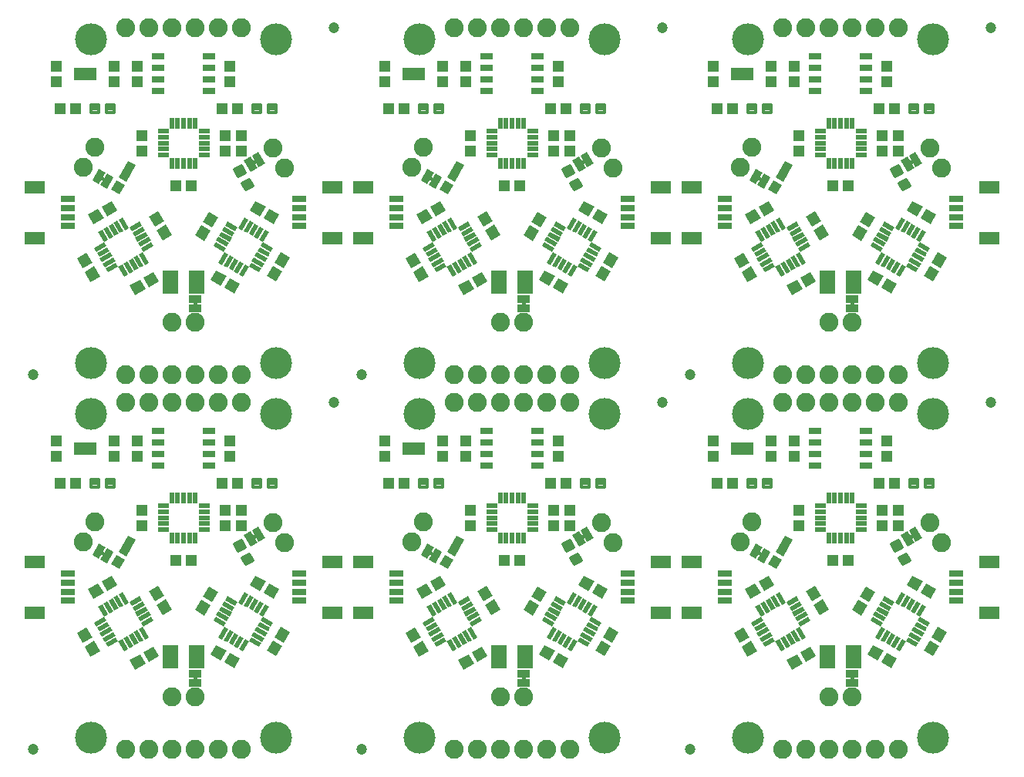
<source format=gts>
G75*
%MOIN*%
%OFA0B0*%
%FSLAX25Y25*%
%IPPOS*%
%LPD*%
%AMOC8*
5,1,8,0,0,1.08239X$1,22.5*
%
%ADD10C,0.08200*%
%ADD11R,0.05131X0.04737*%
%ADD12C,0.13800*%
%ADD13R,0.03300X0.05800*%
%ADD14C,0.04737*%
%ADD15R,0.01981X0.05131*%
%ADD16R,0.05131X0.01981*%
%ADD17R,0.04737X0.05131*%
%ADD18R,0.05524X0.03162*%
%ADD19R,0.08674X0.05524*%
%ADD20R,0.06115X0.03162*%
%ADD21C,0.01421*%
%ADD22R,0.03950X0.04737*%
%ADD23R,0.03950X0.08280*%
%ADD24C,0.00500*%
%ADD25R,0.05800X0.03300*%
%ADD26R,0.07099X0.10249*%
D10*
X0059500Y0038334D03*
X0069500Y0038334D03*
X0079500Y0038334D03*
X0089500Y0038334D03*
X0099500Y0038334D03*
X0109500Y0038334D03*
X0089500Y0060834D03*
X0079500Y0060834D03*
X0041000Y0128003D03*
X0046000Y0136663D03*
X0059500Y0188333D03*
X0069500Y0188333D03*
X0079500Y0188333D03*
X0089500Y0188333D03*
X0099500Y0188333D03*
X0109500Y0188333D03*
X0109500Y0200334D03*
X0099500Y0200334D03*
X0089500Y0200334D03*
X0079500Y0200334D03*
X0069500Y0200334D03*
X0059500Y0200334D03*
X0079500Y0222834D03*
X0089500Y0222834D03*
X0128000Y0289503D03*
X0123000Y0298163D03*
X0109500Y0350333D03*
X0099500Y0350333D03*
X0089500Y0350333D03*
X0079500Y0350333D03*
X0069500Y0350333D03*
X0059500Y0350333D03*
X0046000Y0298663D03*
X0041000Y0290003D03*
X0183000Y0290003D03*
X0188000Y0298663D03*
X0201500Y0350333D03*
X0211500Y0350333D03*
X0221500Y0350333D03*
X0231500Y0350333D03*
X0241500Y0350333D03*
X0251500Y0350333D03*
X0265000Y0298163D03*
X0270000Y0289503D03*
X0325000Y0290003D03*
X0330000Y0298663D03*
X0343500Y0350333D03*
X0353500Y0350333D03*
X0363500Y0350333D03*
X0373500Y0350333D03*
X0383500Y0350333D03*
X0393500Y0350333D03*
X0407000Y0298163D03*
X0412000Y0289503D03*
X0373500Y0222834D03*
X0363500Y0222834D03*
X0363500Y0200334D03*
X0353500Y0200334D03*
X0343500Y0200334D03*
X0343500Y0188333D03*
X0353500Y0188333D03*
X0363500Y0188333D03*
X0373500Y0188333D03*
X0383500Y0188333D03*
X0393500Y0188333D03*
X0393500Y0200334D03*
X0383500Y0200334D03*
X0373500Y0200334D03*
X0407000Y0136163D03*
X0412000Y0127503D03*
X0373500Y0060834D03*
X0363500Y0060834D03*
X0363500Y0038334D03*
X0353500Y0038334D03*
X0343500Y0038334D03*
X0373500Y0038334D03*
X0383500Y0038334D03*
X0393500Y0038334D03*
X0325000Y0128003D03*
X0330000Y0136663D03*
X0270000Y0127503D03*
X0265000Y0136163D03*
X0251500Y0188333D03*
X0241500Y0188333D03*
X0231500Y0188333D03*
X0221500Y0188333D03*
X0211500Y0188333D03*
X0201500Y0188333D03*
X0201500Y0200334D03*
X0211500Y0200334D03*
X0221500Y0200334D03*
X0231500Y0200334D03*
X0241500Y0200334D03*
X0251500Y0200334D03*
X0231500Y0222834D03*
X0221500Y0222834D03*
X0188000Y0136663D03*
X0183000Y0128003D03*
X0128000Y0127503D03*
X0123000Y0136163D03*
X0221500Y0060834D03*
X0231500Y0060834D03*
X0231500Y0038334D03*
X0241500Y0038334D03*
X0251500Y0038334D03*
X0221500Y0038334D03*
X0211500Y0038334D03*
X0201500Y0038334D03*
D11*
G36*
X0203235Y0076751D02*
X0207677Y0079316D01*
X0210045Y0075215D01*
X0205603Y0072650D01*
X0203235Y0076751D01*
G37*
G36*
X0209032Y0080097D02*
X0213474Y0082662D01*
X0215842Y0078561D01*
X0211400Y0075996D01*
X0209032Y0080097D01*
G37*
G36*
X0218982Y0103090D02*
X0221547Y0098648D01*
X0217446Y0096280D01*
X0214881Y0100722D01*
X0218982Y0103090D01*
G37*
G36*
X0215635Y0108886D02*
X0218200Y0104444D01*
X0214099Y0102076D01*
X0211534Y0106518D01*
X0215635Y0108886D01*
G37*
X0223154Y0119833D03*
X0229846Y0119833D03*
G36*
X0234840Y0104195D02*
X0237405Y0108637D01*
X0241506Y0106269D01*
X0238941Y0101827D01*
X0234840Y0104195D01*
G37*
G36*
X0231494Y0098398D02*
X0234059Y0102840D01*
X0238160Y0100472D01*
X0235595Y0096030D01*
X0231494Y0098398D01*
G37*
G36*
X0242639Y0076674D02*
X0238197Y0079239D01*
X0240565Y0083340D01*
X0245007Y0080775D01*
X0242639Y0076674D01*
G37*
G36*
X0248435Y0073327D02*
X0243993Y0075892D01*
X0246361Y0079993D01*
X0250803Y0077428D01*
X0248435Y0073327D01*
G37*
G36*
X0262494Y0080898D02*
X0265059Y0085340D01*
X0269160Y0082972D01*
X0266595Y0078530D01*
X0262494Y0080898D01*
G37*
G36*
X0265840Y0086694D02*
X0268405Y0091136D01*
X0272506Y0088768D01*
X0269941Y0084326D01*
X0265840Y0086694D01*
G37*
G36*
X0265435Y0103327D02*
X0260993Y0105892D01*
X0263361Y0109993D01*
X0267803Y0107428D01*
X0265435Y0103327D01*
G37*
G36*
X0259639Y0106674D02*
X0255197Y0109239D01*
X0257565Y0113340D01*
X0262007Y0110775D01*
X0259639Y0106674D01*
G37*
X0249846Y0153333D03*
X0243154Y0153333D03*
G36*
X0190993Y0110775D02*
X0195435Y0113340D01*
X0197803Y0109239D01*
X0193361Y0106674D01*
X0190993Y0110775D01*
G37*
G36*
X0185197Y0107428D02*
X0189639Y0109993D01*
X0192007Y0105892D01*
X0187565Y0103327D01*
X0185197Y0107428D01*
G37*
G36*
X0184459Y0090886D02*
X0187024Y0086444D01*
X0182923Y0084076D01*
X0180358Y0088518D01*
X0184459Y0090886D01*
G37*
G36*
X0187805Y0085090D02*
X0190370Y0080648D01*
X0186269Y0078280D01*
X0183704Y0082722D01*
X0187805Y0085090D01*
G37*
G36*
X0123840Y0086694D02*
X0126405Y0091136D01*
X0130506Y0088768D01*
X0127941Y0084326D01*
X0123840Y0086694D01*
G37*
G36*
X0120494Y0080898D02*
X0123059Y0085340D01*
X0127160Y0082972D01*
X0124595Y0078530D01*
X0120494Y0080898D01*
G37*
G36*
X0106435Y0073327D02*
X0101993Y0075892D01*
X0104361Y0079993D01*
X0108803Y0077428D01*
X0106435Y0073327D01*
G37*
G36*
X0100639Y0076674D02*
X0096197Y0079239D01*
X0098565Y0083340D01*
X0103007Y0080775D01*
X0100639Y0076674D01*
G37*
G36*
X0089494Y0098398D02*
X0092059Y0102840D01*
X0096160Y0100472D01*
X0093595Y0096030D01*
X0089494Y0098398D01*
G37*
G36*
X0092840Y0104195D02*
X0095405Y0108637D01*
X0099506Y0106269D01*
X0096941Y0101827D01*
X0092840Y0104195D01*
G37*
X0087846Y0119833D03*
X0081154Y0119833D03*
G36*
X0073635Y0108886D02*
X0076200Y0104444D01*
X0072099Y0102076D01*
X0069534Y0106518D01*
X0073635Y0108886D01*
G37*
G36*
X0076982Y0103090D02*
X0079547Y0098648D01*
X0075446Y0096280D01*
X0072881Y0100722D01*
X0076982Y0103090D01*
G37*
G36*
X0048993Y0110775D02*
X0053435Y0113340D01*
X0055803Y0109239D01*
X0051361Y0106674D01*
X0048993Y0110775D01*
G37*
G36*
X0043197Y0107428D02*
X0047639Y0109993D01*
X0050007Y0105892D01*
X0045565Y0103327D01*
X0043197Y0107428D01*
G37*
G36*
X0042459Y0090886D02*
X0045024Y0086444D01*
X0040923Y0084076D01*
X0038358Y0088518D01*
X0042459Y0090886D01*
G37*
G36*
X0045805Y0085090D02*
X0048370Y0080648D01*
X0044269Y0078280D01*
X0041704Y0082722D01*
X0045805Y0085090D01*
G37*
G36*
X0061235Y0076751D02*
X0065677Y0079316D01*
X0068045Y0075215D01*
X0063603Y0072650D01*
X0061235Y0076751D01*
G37*
G36*
X0067032Y0080097D02*
X0071474Y0082662D01*
X0073842Y0078561D01*
X0069400Y0075996D01*
X0067032Y0080097D01*
G37*
G36*
X0117639Y0106674D02*
X0113197Y0109239D01*
X0115565Y0113340D01*
X0120007Y0110775D01*
X0117639Y0106674D01*
G37*
G36*
X0123435Y0103327D02*
X0118993Y0105892D01*
X0121361Y0109993D01*
X0125803Y0107428D01*
X0123435Y0103327D01*
G37*
X0107846Y0153333D03*
X0101154Y0153333D03*
X0037846Y0153333D03*
X0031154Y0153333D03*
G36*
X0061235Y0238751D02*
X0065677Y0241316D01*
X0068045Y0237215D01*
X0063603Y0234650D01*
X0061235Y0238751D01*
G37*
G36*
X0067032Y0242097D02*
X0071474Y0244662D01*
X0073842Y0240561D01*
X0069400Y0237996D01*
X0067032Y0242097D01*
G37*
G36*
X0076982Y0265090D02*
X0079547Y0260648D01*
X0075446Y0258280D01*
X0072881Y0262722D01*
X0076982Y0265090D01*
G37*
G36*
X0073635Y0270886D02*
X0076200Y0266444D01*
X0072099Y0264076D01*
X0069534Y0268518D01*
X0073635Y0270886D01*
G37*
X0081154Y0281833D03*
X0087846Y0281833D03*
G36*
X0092840Y0266195D02*
X0095405Y0270637D01*
X0099506Y0268269D01*
X0096941Y0263827D01*
X0092840Y0266195D01*
G37*
G36*
X0089494Y0260398D02*
X0092059Y0264840D01*
X0096160Y0262472D01*
X0093595Y0258030D01*
X0089494Y0260398D01*
G37*
G36*
X0100639Y0238674D02*
X0096197Y0241239D01*
X0098565Y0245340D01*
X0103007Y0242775D01*
X0100639Y0238674D01*
G37*
G36*
X0106435Y0235327D02*
X0101993Y0237892D01*
X0104361Y0241993D01*
X0108803Y0239428D01*
X0106435Y0235327D01*
G37*
G36*
X0120494Y0242898D02*
X0123059Y0247340D01*
X0127160Y0244972D01*
X0124595Y0240530D01*
X0120494Y0242898D01*
G37*
G36*
X0123840Y0248694D02*
X0126405Y0253136D01*
X0130506Y0250768D01*
X0127941Y0246326D01*
X0123840Y0248694D01*
G37*
G36*
X0123435Y0265327D02*
X0118993Y0267892D01*
X0121361Y0271993D01*
X0125803Y0269428D01*
X0123435Y0265327D01*
G37*
G36*
X0117639Y0268674D02*
X0113197Y0271239D01*
X0115565Y0275340D01*
X0120007Y0272775D01*
X0117639Y0268674D01*
G37*
X0107846Y0315333D03*
X0101154Y0315333D03*
G36*
X0048993Y0272775D02*
X0053435Y0275340D01*
X0055803Y0271239D01*
X0051361Y0268674D01*
X0048993Y0272775D01*
G37*
G36*
X0043197Y0269428D02*
X0047639Y0271993D01*
X0050007Y0267892D01*
X0045565Y0265327D01*
X0043197Y0269428D01*
G37*
G36*
X0042459Y0252886D02*
X0045024Y0248444D01*
X0040923Y0246076D01*
X0038358Y0250518D01*
X0042459Y0252886D01*
G37*
G36*
X0045805Y0247090D02*
X0048370Y0242648D01*
X0044269Y0240280D01*
X0041704Y0244722D01*
X0045805Y0247090D01*
G37*
X0037846Y0315333D03*
X0031154Y0315333D03*
X0173154Y0315333D03*
X0179846Y0315333D03*
G36*
X0190993Y0272775D02*
X0195435Y0275340D01*
X0197803Y0271239D01*
X0193361Y0268674D01*
X0190993Y0272775D01*
G37*
G36*
X0185197Y0269428D02*
X0189639Y0271993D01*
X0192007Y0267892D01*
X0187565Y0265327D01*
X0185197Y0269428D01*
G37*
G36*
X0184459Y0252886D02*
X0187024Y0248444D01*
X0182923Y0246076D01*
X0180358Y0250518D01*
X0184459Y0252886D01*
G37*
G36*
X0187805Y0247090D02*
X0190370Y0242648D01*
X0186269Y0240280D01*
X0183704Y0244722D01*
X0187805Y0247090D01*
G37*
G36*
X0203235Y0238751D02*
X0207677Y0241316D01*
X0210045Y0237215D01*
X0205603Y0234650D01*
X0203235Y0238751D01*
G37*
G36*
X0209032Y0242097D02*
X0213474Y0244662D01*
X0215842Y0240561D01*
X0211400Y0237996D01*
X0209032Y0242097D01*
G37*
G36*
X0218982Y0265090D02*
X0221547Y0260648D01*
X0217446Y0258280D01*
X0214881Y0262722D01*
X0218982Y0265090D01*
G37*
G36*
X0215635Y0270886D02*
X0218200Y0266444D01*
X0214099Y0264076D01*
X0211534Y0268518D01*
X0215635Y0270886D01*
G37*
X0223154Y0281833D03*
X0229846Y0281833D03*
G36*
X0234840Y0266195D02*
X0237405Y0270637D01*
X0241506Y0268269D01*
X0238941Y0263827D01*
X0234840Y0266195D01*
G37*
G36*
X0231494Y0260398D02*
X0234059Y0264840D01*
X0238160Y0262472D01*
X0235595Y0258030D01*
X0231494Y0260398D01*
G37*
G36*
X0242639Y0238674D02*
X0238197Y0241239D01*
X0240565Y0245340D01*
X0245007Y0242775D01*
X0242639Y0238674D01*
G37*
G36*
X0248435Y0235327D02*
X0243993Y0237892D01*
X0246361Y0241993D01*
X0250803Y0239428D01*
X0248435Y0235327D01*
G37*
G36*
X0262494Y0242898D02*
X0265059Y0247340D01*
X0269160Y0244972D01*
X0266595Y0240530D01*
X0262494Y0242898D01*
G37*
G36*
X0265840Y0248694D02*
X0268405Y0253136D01*
X0272506Y0250768D01*
X0269941Y0246326D01*
X0265840Y0248694D01*
G37*
G36*
X0265435Y0265327D02*
X0260993Y0267892D01*
X0263361Y0271993D01*
X0267803Y0269428D01*
X0265435Y0265327D01*
G37*
G36*
X0259639Y0268674D02*
X0255197Y0271239D01*
X0257565Y0275340D01*
X0262007Y0272775D01*
X0259639Y0268674D01*
G37*
X0249846Y0315333D03*
X0243154Y0315333D03*
X0315154Y0315333D03*
X0321846Y0315333D03*
X0365154Y0281833D03*
X0371846Y0281833D03*
G36*
X0376840Y0266195D02*
X0379405Y0270637D01*
X0383506Y0268269D01*
X0380941Y0263827D01*
X0376840Y0266195D01*
G37*
G36*
X0373494Y0260398D02*
X0376059Y0264840D01*
X0380160Y0262472D01*
X0377595Y0258030D01*
X0373494Y0260398D01*
G37*
G36*
X0360982Y0265090D02*
X0363547Y0260648D01*
X0359446Y0258280D01*
X0356881Y0262722D01*
X0360982Y0265090D01*
G37*
G36*
X0357635Y0270886D02*
X0360200Y0266444D01*
X0356099Y0264076D01*
X0353534Y0268518D01*
X0357635Y0270886D01*
G37*
G36*
X0332993Y0272775D02*
X0337435Y0275340D01*
X0339803Y0271239D01*
X0335361Y0268674D01*
X0332993Y0272775D01*
G37*
G36*
X0327197Y0269428D02*
X0331639Y0271993D01*
X0334007Y0267892D01*
X0329565Y0265327D01*
X0327197Y0269428D01*
G37*
G36*
X0326459Y0252886D02*
X0329024Y0248444D01*
X0324923Y0246076D01*
X0322358Y0250518D01*
X0326459Y0252886D01*
G37*
G36*
X0329805Y0247090D02*
X0332370Y0242648D01*
X0328269Y0240280D01*
X0325704Y0244722D01*
X0329805Y0247090D01*
G37*
G36*
X0345235Y0238751D02*
X0349677Y0241316D01*
X0352045Y0237215D01*
X0347603Y0234650D01*
X0345235Y0238751D01*
G37*
G36*
X0351032Y0242097D02*
X0355474Y0244662D01*
X0357842Y0240561D01*
X0353400Y0237996D01*
X0351032Y0242097D01*
G37*
G36*
X0384639Y0238674D02*
X0380197Y0241239D01*
X0382565Y0245340D01*
X0387007Y0242775D01*
X0384639Y0238674D01*
G37*
G36*
X0390435Y0235327D02*
X0385993Y0237892D01*
X0388361Y0241993D01*
X0392803Y0239428D01*
X0390435Y0235327D01*
G37*
G36*
X0404494Y0242898D02*
X0407059Y0247340D01*
X0411160Y0244972D01*
X0408595Y0240530D01*
X0404494Y0242898D01*
G37*
G36*
X0407840Y0248694D02*
X0410405Y0253136D01*
X0414506Y0250768D01*
X0411941Y0246326D01*
X0407840Y0248694D01*
G37*
G36*
X0407435Y0265327D02*
X0402993Y0267892D01*
X0405361Y0271993D01*
X0409803Y0269428D01*
X0407435Y0265327D01*
G37*
G36*
X0401639Y0268674D02*
X0397197Y0271239D01*
X0399565Y0275340D01*
X0404007Y0272775D01*
X0401639Y0268674D01*
G37*
X0391846Y0315333D03*
X0385154Y0315333D03*
X0385154Y0153333D03*
X0391846Y0153333D03*
X0371846Y0119833D03*
X0365154Y0119833D03*
G36*
X0357635Y0108886D02*
X0360200Y0104444D01*
X0356099Y0102076D01*
X0353534Y0106518D01*
X0357635Y0108886D01*
G37*
G36*
X0360982Y0103090D02*
X0363547Y0098648D01*
X0359446Y0096280D01*
X0356881Y0100722D01*
X0360982Y0103090D01*
G37*
G36*
X0373494Y0098398D02*
X0376059Y0102840D01*
X0380160Y0100472D01*
X0377595Y0096030D01*
X0373494Y0098398D01*
G37*
G36*
X0376840Y0104195D02*
X0379405Y0108637D01*
X0383506Y0106269D01*
X0380941Y0101827D01*
X0376840Y0104195D01*
G37*
G36*
X0401639Y0106674D02*
X0397197Y0109239D01*
X0399565Y0113340D01*
X0404007Y0110775D01*
X0401639Y0106674D01*
G37*
G36*
X0407435Y0103327D02*
X0402993Y0105892D01*
X0405361Y0109993D01*
X0409803Y0107428D01*
X0407435Y0103327D01*
G37*
G36*
X0407840Y0086694D02*
X0410405Y0091136D01*
X0414506Y0088768D01*
X0411941Y0084326D01*
X0407840Y0086694D01*
G37*
G36*
X0404494Y0080898D02*
X0407059Y0085340D01*
X0411160Y0082972D01*
X0408595Y0078530D01*
X0404494Y0080898D01*
G37*
G36*
X0390435Y0073327D02*
X0385993Y0075892D01*
X0388361Y0079993D01*
X0392803Y0077428D01*
X0390435Y0073327D01*
G37*
G36*
X0384639Y0076674D02*
X0380197Y0079239D01*
X0382565Y0083340D01*
X0387007Y0080775D01*
X0384639Y0076674D01*
G37*
G36*
X0351032Y0080097D02*
X0355474Y0082662D01*
X0357842Y0078561D01*
X0353400Y0075996D01*
X0351032Y0080097D01*
G37*
G36*
X0345235Y0076751D02*
X0349677Y0079316D01*
X0352045Y0075215D01*
X0347603Y0072650D01*
X0345235Y0076751D01*
G37*
G36*
X0329805Y0085090D02*
X0332370Y0080648D01*
X0328269Y0078280D01*
X0325704Y0082722D01*
X0329805Y0085090D01*
G37*
G36*
X0326459Y0090886D02*
X0329024Y0086444D01*
X0324923Y0084076D01*
X0322358Y0088518D01*
X0326459Y0090886D01*
G37*
G36*
X0327197Y0107428D02*
X0331639Y0109993D01*
X0334007Y0105892D01*
X0329565Y0103327D01*
X0327197Y0107428D01*
G37*
G36*
X0332993Y0110775D02*
X0337435Y0113340D01*
X0339803Y0109239D01*
X0335361Y0106674D01*
X0332993Y0110775D01*
G37*
X0321846Y0153333D03*
X0315154Y0153333D03*
X0179846Y0153333D03*
X0173154Y0153333D03*
D12*
X0186500Y0183333D03*
X0186500Y0205333D03*
X0124500Y0205333D03*
X0124500Y0183333D03*
X0044500Y0183333D03*
X0044500Y0205333D03*
X0044500Y0345333D03*
X0124500Y0345333D03*
X0186500Y0345333D03*
X0266500Y0345333D03*
X0328500Y0345333D03*
X0408500Y0345333D03*
X0408500Y0205333D03*
X0408500Y0183333D03*
X0328500Y0183333D03*
X0328500Y0205333D03*
X0266500Y0205333D03*
X0266500Y0183333D03*
X0266500Y0043333D03*
X0328500Y0043333D03*
X0408500Y0043333D03*
X0186500Y0043333D03*
X0124500Y0043333D03*
X0044500Y0043333D03*
D13*
G36*
X0051399Y0125160D02*
X0054256Y0123510D01*
X0051357Y0118488D01*
X0048500Y0120138D01*
X0051399Y0125160D01*
G37*
G36*
X0047935Y0127160D02*
X0050792Y0125510D01*
X0047893Y0120488D01*
X0045036Y0122138D01*
X0047935Y0127160D01*
G37*
X0045200Y0168333D03*
X0042000Y0168333D03*
X0038800Y0168333D03*
G36*
X0116372Y0127428D02*
X0113515Y0125778D01*
X0110616Y0130800D01*
X0113473Y0132450D01*
X0116372Y0127428D01*
G37*
G36*
X0119836Y0129428D02*
X0116979Y0127778D01*
X0114080Y0132800D01*
X0116937Y0134450D01*
X0119836Y0129428D01*
G37*
X0180800Y0168333D03*
X0184000Y0168333D03*
X0187200Y0168333D03*
G36*
X0189935Y0127160D02*
X0192792Y0125510D01*
X0189893Y0120488D01*
X0187036Y0122138D01*
X0189935Y0127160D01*
G37*
G36*
X0193399Y0125160D02*
X0196256Y0123510D01*
X0193357Y0118488D01*
X0190500Y0120138D01*
X0193399Y0125160D01*
G37*
G36*
X0258372Y0127428D02*
X0255515Y0125778D01*
X0252616Y0130800D01*
X0255473Y0132450D01*
X0258372Y0127428D01*
G37*
G36*
X0261836Y0129428D02*
X0258979Y0127778D01*
X0256080Y0132800D01*
X0258937Y0134450D01*
X0261836Y0129428D01*
G37*
X0322800Y0168333D03*
X0326000Y0168333D03*
X0329200Y0168333D03*
G36*
X0331935Y0127160D02*
X0334792Y0125510D01*
X0331893Y0120488D01*
X0329036Y0122138D01*
X0331935Y0127160D01*
G37*
G36*
X0335399Y0125160D02*
X0338256Y0123510D01*
X0335357Y0118488D01*
X0332500Y0120138D01*
X0335399Y0125160D01*
G37*
G36*
X0400372Y0127428D02*
X0397515Y0125778D01*
X0394616Y0130800D01*
X0397473Y0132450D01*
X0400372Y0127428D01*
G37*
G36*
X0403836Y0129428D02*
X0400979Y0127778D01*
X0398080Y0132800D01*
X0400937Y0134450D01*
X0403836Y0129428D01*
G37*
G36*
X0335399Y0287160D02*
X0338256Y0285510D01*
X0335357Y0280488D01*
X0332500Y0282138D01*
X0335399Y0287160D01*
G37*
G36*
X0331935Y0289160D02*
X0334792Y0287510D01*
X0331893Y0282488D01*
X0329036Y0284138D01*
X0331935Y0289160D01*
G37*
X0329200Y0330333D03*
X0326000Y0330333D03*
X0322800Y0330333D03*
G36*
X0261836Y0291428D02*
X0258979Y0289778D01*
X0256080Y0294800D01*
X0258937Y0296450D01*
X0261836Y0291428D01*
G37*
G36*
X0258372Y0289428D02*
X0255515Y0287778D01*
X0252616Y0292800D01*
X0255473Y0294450D01*
X0258372Y0289428D01*
G37*
G36*
X0193399Y0287160D02*
X0196256Y0285510D01*
X0193357Y0280488D01*
X0190500Y0282138D01*
X0193399Y0287160D01*
G37*
G36*
X0189935Y0289160D02*
X0192792Y0287510D01*
X0189893Y0282488D01*
X0187036Y0284138D01*
X0189935Y0289160D01*
G37*
X0187200Y0330333D03*
X0184000Y0330333D03*
X0180800Y0330333D03*
G36*
X0119836Y0291428D02*
X0116979Y0289778D01*
X0114080Y0294800D01*
X0116937Y0296450D01*
X0119836Y0291428D01*
G37*
G36*
X0116372Y0289428D02*
X0113515Y0287778D01*
X0110616Y0292800D01*
X0113473Y0294450D01*
X0116372Y0289428D01*
G37*
G36*
X0051399Y0287160D02*
X0054256Y0285510D01*
X0051357Y0280488D01*
X0048500Y0282138D01*
X0051399Y0287160D01*
G37*
G36*
X0047935Y0289160D02*
X0050792Y0287510D01*
X0047893Y0282488D01*
X0045036Y0284138D01*
X0047935Y0289160D01*
G37*
X0045200Y0330333D03*
X0042000Y0330333D03*
X0038800Y0330333D03*
G36*
X0400372Y0289428D02*
X0397515Y0287778D01*
X0394616Y0292800D01*
X0397473Y0294450D01*
X0400372Y0289428D01*
G37*
G36*
X0403836Y0291428D02*
X0400979Y0289778D01*
X0398080Y0294800D01*
X0400937Y0296450D01*
X0403836Y0291428D01*
G37*
D14*
X0019500Y0038333D03*
X0161500Y0038333D03*
X0303500Y0038333D03*
X0291500Y0188333D03*
X0303500Y0200333D03*
X0433500Y0188333D03*
X0433500Y0350333D03*
X0291500Y0350333D03*
X0149500Y0350333D03*
X0161500Y0200333D03*
X0149500Y0188333D03*
X0019500Y0200333D03*
D15*
G36*
X0055304Y0248709D02*
X0056294Y0246995D01*
X0051852Y0244431D01*
X0050862Y0246145D01*
X0055304Y0248709D01*
G37*
G36*
X0054025Y0250926D02*
X0055015Y0249212D01*
X0050573Y0246648D01*
X0049583Y0248362D01*
X0054025Y0250926D01*
G37*
G36*
X0052745Y0253142D02*
X0053735Y0251428D01*
X0049293Y0248864D01*
X0048303Y0250578D01*
X0052745Y0253142D01*
G37*
G36*
X0051466Y0255358D02*
X0052456Y0253644D01*
X0048014Y0251080D01*
X0047024Y0252794D01*
X0051466Y0255358D01*
G37*
G36*
X0050186Y0257574D02*
X0051176Y0255860D01*
X0046734Y0253296D01*
X0045744Y0255010D01*
X0050186Y0257574D01*
G37*
G36*
X0051896Y0258549D02*
X0050182Y0257559D01*
X0047618Y0262001D01*
X0049332Y0262991D01*
X0051896Y0258549D01*
G37*
G36*
X0054112Y0259829D02*
X0052398Y0258839D01*
X0049834Y0263281D01*
X0051548Y0264271D01*
X0054112Y0259829D01*
G37*
G36*
X0056328Y0261108D02*
X0054614Y0260118D01*
X0052050Y0264560D01*
X0053764Y0265550D01*
X0056328Y0261108D01*
G37*
G36*
X0058545Y0262388D02*
X0056831Y0261398D01*
X0054267Y0265840D01*
X0055981Y0266830D01*
X0058545Y0262388D01*
G37*
G36*
X0060761Y0263668D02*
X0059047Y0262678D01*
X0056483Y0267120D01*
X0058197Y0268110D01*
X0060761Y0263668D01*
G37*
G36*
X0062077Y0262154D02*
X0061087Y0263868D01*
X0065529Y0266432D01*
X0066519Y0264718D01*
X0062077Y0262154D01*
G37*
G36*
X0063357Y0259938D02*
X0062367Y0261652D01*
X0066809Y0264216D01*
X0067799Y0262502D01*
X0063357Y0259938D01*
G37*
G36*
X0064636Y0257722D02*
X0063646Y0259436D01*
X0068088Y0262000D01*
X0069078Y0260286D01*
X0064636Y0257722D01*
G37*
G36*
X0065916Y0255506D02*
X0064926Y0257220D01*
X0069368Y0259784D01*
X0070358Y0258070D01*
X0065916Y0255506D01*
G37*
G36*
X0067195Y0253290D02*
X0066205Y0255004D01*
X0070647Y0257568D01*
X0071637Y0255854D01*
X0067195Y0253290D01*
G37*
G36*
X0065144Y0252117D02*
X0066858Y0253107D01*
X0069422Y0248665D01*
X0067708Y0247675D01*
X0065144Y0252117D01*
G37*
G36*
X0062928Y0250838D02*
X0064642Y0251828D01*
X0067206Y0247386D01*
X0065492Y0246396D01*
X0062928Y0250838D01*
G37*
G36*
X0060712Y0249558D02*
X0062426Y0250548D01*
X0064990Y0246106D01*
X0063276Y0245116D01*
X0060712Y0249558D01*
G37*
G36*
X0058496Y0248279D02*
X0060210Y0249269D01*
X0062774Y0244827D01*
X0061060Y0243837D01*
X0058496Y0248279D01*
G37*
G36*
X0056279Y0246999D02*
X0057993Y0247989D01*
X0060557Y0243547D01*
X0058843Y0242557D01*
X0056279Y0246999D01*
G37*
G36*
X0102795Y0255004D02*
X0101805Y0253290D01*
X0097363Y0255854D01*
X0098353Y0257568D01*
X0102795Y0255004D01*
G37*
G36*
X0104074Y0257220D02*
X0103084Y0255506D01*
X0098642Y0258070D01*
X0099632Y0259784D01*
X0104074Y0257220D01*
G37*
G36*
X0105354Y0259436D02*
X0104364Y0257722D01*
X0099922Y0260286D01*
X0100912Y0262000D01*
X0105354Y0259436D01*
G37*
G36*
X0106633Y0261652D02*
X0105643Y0259938D01*
X0101201Y0262502D01*
X0102191Y0264216D01*
X0106633Y0261652D01*
G37*
G36*
X0107913Y0263868D02*
X0106923Y0262154D01*
X0102481Y0264718D01*
X0103471Y0266432D01*
X0107913Y0263868D01*
G37*
G36*
X0109953Y0262678D02*
X0108239Y0263668D01*
X0110803Y0268110D01*
X0112517Y0267120D01*
X0109953Y0262678D01*
G37*
G36*
X0112169Y0261398D02*
X0110455Y0262388D01*
X0113019Y0266830D01*
X0114733Y0265840D01*
X0112169Y0261398D01*
G37*
G36*
X0114386Y0260118D02*
X0112672Y0261108D01*
X0115236Y0265550D01*
X0116950Y0264560D01*
X0114386Y0260118D01*
G37*
G36*
X0116602Y0258839D02*
X0114888Y0259829D01*
X0117452Y0264271D01*
X0119166Y0263281D01*
X0116602Y0258839D01*
G37*
G36*
X0118818Y0257559D02*
X0117104Y0258549D01*
X0119668Y0262991D01*
X0121382Y0262001D01*
X0118818Y0257559D01*
G37*
G36*
X0117824Y0255860D02*
X0118814Y0257574D01*
X0123256Y0255010D01*
X0122266Y0253296D01*
X0117824Y0255860D01*
G37*
G36*
X0116544Y0253644D02*
X0117534Y0255358D01*
X0121976Y0252794D01*
X0120986Y0251080D01*
X0116544Y0253644D01*
G37*
G36*
X0115265Y0251428D02*
X0116255Y0253142D01*
X0120697Y0250578D01*
X0119707Y0248864D01*
X0115265Y0251428D01*
G37*
G36*
X0113985Y0249212D02*
X0114975Y0250926D01*
X0119417Y0248362D01*
X0118427Y0246648D01*
X0113985Y0249212D01*
G37*
G36*
X0112706Y0246995D02*
X0113696Y0248709D01*
X0118138Y0246145D01*
X0117148Y0244431D01*
X0112706Y0246995D01*
G37*
G36*
X0111007Y0247989D02*
X0112721Y0246999D01*
X0110157Y0242557D01*
X0108443Y0243547D01*
X0111007Y0247989D01*
G37*
G36*
X0108790Y0249269D02*
X0110504Y0248279D01*
X0107940Y0243837D01*
X0106226Y0244827D01*
X0108790Y0249269D01*
G37*
G36*
X0106574Y0250548D02*
X0108288Y0249558D01*
X0105724Y0245116D01*
X0104010Y0246106D01*
X0106574Y0250548D01*
G37*
G36*
X0104358Y0251828D02*
X0106072Y0250838D01*
X0103508Y0246396D01*
X0101794Y0247386D01*
X0104358Y0251828D01*
G37*
G36*
X0102142Y0253108D02*
X0103856Y0252118D01*
X0101292Y0247676D01*
X0099578Y0248666D01*
X0102142Y0253108D01*
G37*
X0089618Y0291672D03*
X0087059Y0291672D03*
X0084500Y0291672D03*
X0081941Y0291672D03*
X0079382Y0291672D03*
X0079382Y0308995D03*
X0081941Y0308995D03*
X0084500Y0308995D03*
X0087059Y0308995D03*
X0089618Y0308995D03*
G36*
X0192186Y0257574D02*
X0193176Y0255860D01*
X0188734Y0253296D01*
X0187744Y0255010D01*
X0192186Y0257574D01*
G37*
G36*
X0193896Y0258549D02*
X0192182Y0257559D01*
X0189618Y0262001D01*
X0191332Y0262991D01*
X0193896Y0258549D01*
G37*
G36*
X0196112Y0259829D02*
X0194398Y0258839D01*
X0191834Y0263281D01*
X0193548Y0264271D01*
X0196112Y0259829D01*
G37*
G36*
X0198328Y0261108D02*
X0196614Y0260118D01*
X0194050Y0264560D01*
X0195764Y0265550D01*
X0198328Y0261108D01*
G37*
G36*
X0200545Y0262388D02*
X0198831Y0261398D01*
X0196267Y0265840D01*
X0197981Y0266830D01*
X0200545Y0262388D01*
G37*
G36*
X0202761Y0263668D02*
X0201047Y0262678D01*
X0198483Y0267120D01*
X0200197Y0268110D01*
X0202761Y0263668D01*
G37*
G36*
X0204077Y0262154D02*
X0203087Y0263868D01*
X0207529Y0266432D01*
X0208519Y0264718D01*
X0204077Y0262154D01*
G37*
G36*
X0205357Y0259938D02*
X0204367Y0261652D01*
X0208809Y0264216D01*
X0209799Y0262502D01*
X0205357Y0259938D01*
G37*
G36*
X0206636Y0257722D02*
X0205646Y0259436D01*
X0210088Y0262000D01*
X0211078Y0260286D01*
X0206636Y0257722D01*
G37*
G36*
X0207916Y0255506D02*
X0206926Y0257220D01*
X0211368Y0259784D01*
X0212358Y0258070D01*
X0207916Y0255506D01*
G37*
G36*
X0209195Y0253290D02*
X0208205Y0255004D01*
X0212647Y0257568D01*
X0213637Y0255854D01*
X0209195Y0253290D01*
G37*
G36*
X0207144Y0252117D02*
X0208858Y0253107D01*
X0211422Y0248665D01*
X0209708Y0247675D01*
X0207144Y0252117D01*
G37*
G36*
X0204928Y0250838D02*
X0206642Y0251828D01*
X0209206Y0247386D01*
X0207492Y0246396D01*
X0204928Y0250838D01*
G37*
G36*
X0202712Y0249558D02*
X0204426Y0250548D01*
X0206990Y0246106D01*
X0205276Y0245116D01*
X0202712Y0249558D01*
G37*
G36*
X0200496Y0248279D02*
X0202210Y0249269D01*
X0204774Y0244827D01*
X0203060Y0243837D01*
X0200496Y0248279D01*
G37*
G36*
X0198279Y0246999D02*
X0199993Y0247989D01*
X0202557Y0243547D01*
X0200843Y0242557D01*
X0198279Y0246999D01*
G37*
G36*
X0197304Y0248709D02*
X0198294Y0246995D01*
X0193852Y0244431D01*
X0192862Y0246145D01*
X0197304Y0248709D01*
G37*
G36*
X0196025Y0250926D02*
X0197015Y0249212D01*
X0192573Y0246648D01*
X0191583Y0248362D01*
X0196025Y0250926D01*
G37*
G36*
X0194745Y0253142D02*
X0195735Y0251428D01*
X0191293Y0248864D01*
X0190303Y0250578D01*
X0194745Y0253142D01*
G37*
G36*
X0193466Y0255358D02*
X0194456Y0253644D01*
X0190014Y0251080D01*
X0189024Y0252794D01*
X0193466Y0255358D01*
G37*
X0221382Y0291672D03*
X0223941Y0291672D03*
X0226500Y0291672D03*
X0229059Y0291672D03*
X0231618Y0291672D03*
X0231618Y0308995D03*
X0229059Y0308995D03*
X0226500Y0308995D03*
X0223941Y0308995D03*
X0221382Y0308995D03*
G36*
X0249913Y0263868D02*
X0248923Y0262154D01*
X0244481Y0264718D01*
X0245471Y0266432D01*
X0249913Y0263868D01*
G37*
G36*
X0251953Y0262678D02*
X0250239Y0263668D01*
X0252803Y0268110D01*
X0254517Y0267120D01*
X0251953Y0262678D01*
G37*
G36*
X0254169Y0261398D02*
X0252455Y0262388D01*
X0255019Y0266830D01*
X0256733Y0265840D01*
X0254169Y0261398D01*
G37*
G36*
X0256386Y0260118D02*
X0254672Y0261108D01*
X0257236Y0265550D01*
X0258950Y0264560D01*
X0256386Y0260118D01*
G37*
G36*
X0258602Y0258839D02*
X0256888Y0259829D01*
X0259452Y0264271D01*
X0261166Y0263281D01*
X0258602Y0258839D01*
G37*
G36*
X0260818Y0257559D02*
X0259104Y0258549D01*
X0261668Y0262991D01*
X0263382Y0262001D01*
X0260818Y0257559D01*
G37*
G36*
X0259824Y0255860D02*
X0260814Y0257574D01*
X0265256Y0255010D01*
X0264266Y0253296D01*
X0259824Y0255860D01*
G37*
G36*
X0258544Y0253644D02*
X0259534Y0255358D01*
X0263976Y0252794D01*
X0262986Y0251080D01*
X0258544Y0253644D01*
G37*
G36*
X0257265Y0251428D02*
X0258255Y0253142D01*
X0262697Y0250578D01*
X0261707Y0248864D01*
X0257265Y0251428D01*
G37*
G36*
X0255985Y0249212D02*
X0256975Y0250926D01*
X0261417Y0248362D01*
X0260427Y0246648D01*
X0255985Y0249212D01*
G37*
G36*
X0254706Y0246995D02*
X0255696Y0248709D01*
X0260138Y0246145D01*
X0259148Y0244431D01*
X0254706Y0246995D01*
G37*
G36*
X0253007Y0247989D02*
X0254721Y0246999D01*
X0252157Y0242557D01*
X0250443Y0243547D01*
X0253007Y0247989D01*
G37*
G36*
X0250790Y0249269D02*
X0252504Y0248279D01*
X0249940Y0243837D01*
X0248226Y0244827D01*
X0250790Y0249269D01*
G37*
G36*
X0248574Y0250548D02*
X0250288Y0249558D01*
X0247724Y0245116D01*
X0246010Y0246106D01*
X0248574Y0250548D01*
G37*
G36*
X0246358Y0251828D02*
X0248072Y0250838D01*
X0245508Y0246396D01*
X0243794Y0247386D01*
X0246358Y0251828D01*
G37*
G36*
X0244142Y0253108D02*
X0245856Y0252118D01*
X0243292Y0247676D01*
X0241578Y0248666D01*
X0244142Y0253108D01*
G37*
G36*
X0244795Y0255004D02*
X0243805Y0253290D01*
X0239363Y0255854D01*
X0240353Y0257568D01*
X0244795Y0255004D01*
G37*
G36*
X0246074Y0257220D02*
X0245084Y0255506D01*
X0240642Y0258070D01*
X0241632Y0259784D01*
X0246074Y0257220D01*
G37*
G36*
X0247354Y0259436D02*
X0246364Y0257722D01*
X0241922Y0260286D01*
X0242912Y0262000D01*
X0247354Y0259436D01*
G37*
G36*
X0248633Y0261652D02*
X0247643Y0259938D01*
X0243201Y0262502D01*
X0244191Y0264216D01*
X0248633Y0261652D01*
G37*
G36*
X0334186Y0257574D02*
X0335176Y0255860D01*
X0330734Y0253296D01*
X0329744Y0255010D01*
X0334186Y0257574D01*
G37*
G36*
X0335896Y0258549D02*
X0334182Y0257559D01*
X0331618Y0262001D01*
X0333332Y0262991D01*
X0335896Y0258549D01*
G37*
G36*
X0338112Y0259829D02*
X0336398Y0258839D01*
X0333834Y0263281D01*
X0335548Y0264271D01*
X0338112Y0259829D01*
G37*
G36*
X0340328Y0261108D02*
X0338614Y0260118D01*
X0336050Y0264560D01*
X0337764Y0265550D01*
X0340328Y0261108D01*
G37*
G36*
X0342545Y0262388D02*
X0340831Y0261398D01*
X0338267Y0265840D01*
X0339981Y0266830D01*
X0342545Y0262388D01*
G37*
G36*
X0344761Y0263668D02*
X0343047Y0262678D01*
X0340483Y0267120D01*
X0342197Y0268110D01*
X0344761Y0263668D01*
G37*
G36*
X0346077Y0262154D02*
X0345087Y0263868D01*
X0349529Y0266432D01*
X0350519Y0264718D01*
X0346077Y0262154D01*
G37*
G36*
X0347357Y0259938D02*
X0346367Y0261652D01*
X0350809Y0264216D01*
X0351799Y0262502D01*
X0347357Y0259938D01*
G37*
G36*
X0348636Y0257722D02*
X0347646Y0259436D01*
X0352088Y0262000D01*
X0353078Y0260286D01*
X0348636Y0257722D01*
G37*
G36*
X0349916Y0255506D02*
X0348926Y0257220D01*
X0353368Y0259784D01*
X0354358Y0258070D01*
X0349916Y0255506D01*
G37*
G36*
X0351195Y0253290D02*
X0350205Y0255004D01*
X0354647Y0257568D01*
X0355637Y0255854D01*
X0351195Y0253290D01*
G37*
G36*
X0349144Y0252117D02*
X0350858Y0253107D01*
X0353422Y0248665D01*
X0351708Y0247675D01*
X0349144Y0252117D01*
G37*
G36*
X0346928Y0250838D02*
X0348642Y0251828D01*
X0351206Y0247386D01*
X0349492Y0246396D01*
X0346928Y0250838D01*
G37*
G36*
X0344712Y0249558D02*
X0346426Y0250548D01*
X0348990Y0246106D01*
X0347276Y0245116D01*
X0344712Y0249558D01*
G37*
G36*
X0342496Y0248279D02*
X0344210Y0249269D01*
X0346774Y0244827D01*
X0345060Y0243837D01*
X0342496Y0248279D01*
G37*
G36*
X0340279Y0246999D02*
X0341993Y0247989D01*
X0344557Y0243547D01*
X0342843Y0242557D01*
X0340279Y0246999D01*
G37*
G36*
X0339304Y0248709D02*
X0340294Y0246995D01*
X0335852Y0244431D01*
X0334862Y0246145D01*
X0339304Y0248709D01*
G37*
G36*
X0338025Y0250926D02*
X0339015Y0249212D01*
X0334573Y0246648D01*
X0333583Y0248362D01*
X0338025Y0250926D01*
G37*
G36*
X0336745Y0253142D02*
X0337735Y0251428D01*
X0333293Y0248864D01*
X0332303Y0250578D01*
X0336745Y0253142D01*
G37*
G36*
X0335466Y0255358D02*
X0336456Y0253644D01*
X0332014Y0251080D01*
X0331024Y0252794D01*
X0335466Y0255358D01*
G37*
X0363382Y0291672D03*
X0365941Y0291672D03*
X0368500Y0291672D03*
X0371059Y0291672D03*
X0373618Y0291672D03*
X0373618Y0308995D03*
X0371059Y0308995D03*
X0368500Y0308995D03*
X0365941Y0308995D03*
X0363382Y0308995D03*
G36*
X0391913Y0263868D02*
X0390923Y0262154D01*
X0386481Y0264718D01*
X0387471Y0266432D01*
X0391913Y0263868D01*
G37*
G36*
X0393953Y0262678D02*
X0392239Y0263668D01*
X0394803Y0268110D01*
X0396517Y0267120D01*
X0393953Y0262678D01*
G37*
G36*
X0396169Y0261398D02*
X0394455Y0262388D01*
X0397019Y0266830D01*
X0398733Y0265840D01*
X0396169Y0261398D01*
G37*
G36*
X0398386Y0260118D02*
X0396672Y0261108D01*
X0399236Y0265550D01*
X0400950Y0264560D01*
X0398386Y0260118D01*
G37*
G36*
X0400602Y0258839D02*
X0398888Y0259829D01*
X0401452Y0264271D01*
X0403166Y0263281D01*
X0400602Y0258839D01*
G37*
G36*
X0402818Y0257559D02*
X0401104Y0258549D01*
X0403668Y0262991D01*
X0405382Y0262001D01*
X0402818Y0257559D01*
G37*
G36*
X0401824Y0255860D02*
X0402814Y0257574D01*
X0407256Y0255010D01*
X0406266Y0253296D01*
X0401824Y0255860D01*
G37*
G36*
X0400544Y0253644D02*
X0401534Y0255358D01*
X0405976Y0252794D01*
X0404986Y0251080D01*
X0400544Y0253644D01*
G37*
G36*
X0399265Y0251428D02*
X0400255Y0253142D01*
X0404697Y0250578D01*
X0403707Y0248864D01*
X0399265Y0251428D01*
G37*
G36*
X0397985Y0249212D02*
X0398975Y0250926D01*
X0403417Y0248362D01*
X0402427Y0246648D01*
X0397985Y0249212D01*
G37*
G36*
X0396706Y0246995D02*
X0397696Y0248709D01*
X0402138Y0246145D01*
X0401148Y0244431D01*
X0396706Y0246995D01*
G37*
G36*
X0395007Y0247989D02*
X0396721Y0246999D01*
X0394157Y0242557D01*
X0392443Y0243547D01*
X0395007Y0247989D01*
G37*
G36*
X0392790Y0249269D02*
X0394504Y0248279D01*
X0391940Y0243837D01*
X0390226Y0244827D01*
X0392790Y0249269D01*
G37*
G36*
X0390574Y0250548D02*
X0392288Y0249558D01*
X0389724Y0245116D01*
X0388010Y0246106D01*
X0390574Y0250548D01*
G37*
G36*
X0388358Y0251828D02*
X0390072Y0250838D01*
X0387508Y0246396D01*
X0385794Y0247386D01*
X0388358Y0251828D01*
G37*
G36*
X0386142Y0253108D02*
X0387856Y0252118D01*
X0385292Y0247676D01*
X0383578Y0248666D01*
X0386142Y0253108D01*
G37*
G36*
X0386795Y0255004D02*
X0385805Y0253290D01*
X0381363Y0255854D01*
X0382353Y0257568D01*
X0386795Y0255004D01*
G37*
G36*
X0388074Y0257220D02*
X0387084Y0255506D01*
X0382642Y0258070D01*
X0383632Y0259784D01*
X0388074Y0257220D01*
G37*
G36*
X0389354Y0259436D02*
X0388364Y0257722D01*
X0383922Y0260286D01*
X0384912Y0262000D01*
X0389354Y0259436D01*
G37*
G36*
X0390633Y0261652D02*
X0389643Y0259938D01*
X0385201Y0262502D01*
X0386191Y0264216D01*
X0390633Y0261652D01*
G37*
X0373618Y0146995D03*
X0371059Y0146995D03*
X0368500Y0146995D03*
X0365941Y0146995D03*
X0363382Y0146995D03*
X0363382Y0129672D03*
X0365941Y0129672D03*
X0368500Y0129672D03*
X0371059Y0129672D03*
X0373618Y0129672D03*
G36*
X0391913Y0101868D02*
X0390923Y0100154D01*
X0386481Y0102718D01*
X0387471Y0104432D01*
X0391913Y0101868D01*
G37*
G36*
X0393953Y0100678D02*
X0392239Y0101668D01*
X0394803Y0106110D01*
X0396517Y0105120D01*
X0393953Y0100678D01*
G37*
G36*
X0396169Y0099398D02*
X0394455Y0100388D01*
X0397019Y0104830D01*
X0398733Y0103840D01*
X0396169Y0099398D01*
G37*
G36*
X0398386Y0098118D02*
X0396672Y0099108D01*
X0399236Y0103550D01*
X0400950Y0102560D01*
X0398386Y0098118D01*
G37*
G36*
X0400602Y0096839D02*
X0398888Y0097829D01*
X0401452Y0102271D01*
X0403166Y0101281D01*
X0400602Y0096839D01*
G37*
G36*
X0402818Y0095559D02*
X0401104Y0096549D01*
X0403668Y0100991D01*
X0405382Y0100001D01*
X0402818Y0095559D01*
G37*
G36*
X0401824Y0093860D02*
X0402814Y0095574D01*
X0407256Y0093010D01*
X0406266Y0091296D01*
X0401824Y0093860D01*
G37*
G36*
X0400544Y0091644D02*
X0401534Y0093358D01*
X0405976Y0090794D01*
X0404986Y0089080D01*
X0400544Y0091644D01*
G37*
G36*
X0399265Y0089428D02*
X0400255Y0091142D01*
X0404697Y0088578D01*
X0403707Y0086864D01*
X0399265Y0089428D01*
G37*
G36*
X0397985Y0087212D02*
X0398975Y0088926D01*
X0403417Y0086362D01*
X0402427Y0084648D01*
X0397985Y0087212D01*
G37*
G36*
X0396706Y0084995D02*
X0397696Y0086709D01*
X0402138Y0084145D01*
X0401148Y0082431D01*
X0396706Y0084995D01*
G37*
G36*
X0395007Y0085989D02*
X0396721Y0084999D01*
X0394157Y0080557D01*
X0392443Y0081547D01*
X0395007Y0085989D01*
G37*
G36*
X0392790Y0087269D02*
X0394504Y0086279D01*
X0391940Y0081837D01*
X0390226Y0082827D01*
X0392790Y0087269D01*
G37*
G36*
X0390574Y0088548D02*
X0392288Y0087558D01*
X0389724Y0083116D01*
X0388010Y0084106D01*
X0390574Y0088548D01*
G37*
G36*
X0388358Y0089828D02*
X0390072Y0088838D01*
X0387508Y0084396D01*
X0385794Y0085386D01*
X0388358Y0089828D01*
G37*
G36*
X0386142Y0091108D02*
X0387856Y0090118D01*
X0385292Y0085676D01*
X0383578Y0086666D01*
X0386142Y0091108D01*
G37*
G36*
X0386795Y0093004D02*
X0385805Y0091290D01*
X0381363Y0093854D01*
X0382353Y0095568D01*
X0386795Y0093004D01*
G37*
G36*
X0388074Y0095220D02*
X0387084Y0093506D01*
X0382642Y0096070D01*
X0383632Y0097784D01*
X0388074Y0095220D01*
G37*
G36*
X0389354Y0097436D02*
X0388364Y0095722D01*
X0383922Y0098286D01*
X0384912Y0100000D01*
X0389354Y0097436D01*
G37*
G36*
X0390633Y0099652D02*
X0389643Y0097938D01*
X0385201Y0100502D01*
X0386191Y0102216D01*
X0390633Y0099652D01*
G37*
G36*
X0351195Y0091290D02*
X0350205Y0093004D01*
X0354647Y0095568D01*
X0355637Y0093854D01*
X0351195Y0091290D01*
G37*
G36*
X0349144Y0090117D02*
X0350858Y0091107D01*
X0353422Y0086665D01*
X0351708Y0085675D01*
X0349144Y0090117D01*
G37*
G36*
X0346928Y0088838D02*
X0348642Y0089828D01*
X0351206Y0085386D01*
X0349492Y0084396D01*
X0346928Y0088838D01*
G37*
G36*
X0344712Y0087558D02*
X0346426Y0088548D01*
X0348990Y0084106D01*
X0347276Y0083116D01*
X0344712Y0087558D01*
G37*
G36*
X0342496Y0086279D02*
X0344210Y0087269D01*
X0346774Y0082827D01*
X0345060Y0081837D01*
X0342496Y0086279D01*
G37*
G36*
X0340279Y0084999D02*
X0341993Y0085989D01*
X0344557Y0081547D01*
X0342843Y0080557D01*
X0340279Y0084999D01*
G37*
G36*
X0339304Y0086709D02*
X0340294Y0084995D01*
X0335852Y0082431D01*
X0334862Y0084145D01*
X0339304Y0086709D01*
G37*
G36*
X0338025Y0088926D02*
X0339015Y0087212D01*
X0334573Y0084648D01*
X0333583Y0086362D01*
X0338025Y0088926D01*
G37*
G36*
X0336745Y0091142D02*
X0337735Y0089428D01*
X0333293Y0086864D01*
X0332303Y0088578D01*
X0336745Y0091142D01*
G37*
G36*
X0335466Y0093358D02*
X0336456Y0091644D01*
X0332014Y0089080D01*
X0331024Y0090794D01*
X0335466Y0093358D01*
G37*
G36*
X0334186Y0095574D02*
X0335176Y0093860D01*
X0330734Y0091296D01*
X0329744Y0093010D01*
X0334186Y0095574D01*
G37*
G36*
X0335896Y0096549D02*
X0334182Y0095559D01*
X0331618Y0100001D01*
X0333332Y0100991D01*
X0335896Y0096549D01*
G37*
G36*
X0338112Y0097829D02*
X0336398Y0096839D01*
X0333834Y0101281D01*
X0335548Y0102271D01*
X0338112Y0097829D01*
G37*
G36*
X0340328Y0099108D02*
X0338614Y0098118D01*
X0336050Y0102560D01*
X0337764Y0103550D01*
X0340328Y0099108D01*
G37*
G36*
X0342545Y0100388D02*
X0340831Y0099398D01*
X0338267Y0103840D01*
X0339981Y0104830D01*
X0342545Y0100388D01*
G37*
G36*
X0344761Y0101668D02*
X0343047Y0100678D01*
X0340483Y0105120D01*
X0342197Y0106110D01*
X0344761Y0101668D01*
G37*
G36*
X0346077Y0100154D02*
X0345087Y0101868D01*
X0349529Y0104432D01*
X0350519Y0102718D01*
X0346077Y0100154D01*
G37*
G36*
X0347357Y0097938D02*
X0346367Y0099652D01*
X0350809Y0102216D01*
X0351799Y0100502D01*
X0347357Y0097938D01*
G37*
G36*
X0348636Y0095722D02*
X0347646Y0097436D01*
X0352088Y0100000D01*
X0353078Y0098286D01*
X0348636Y0095722D01*
G37*
G36*
X0349916Y0093506D02*
X0348926Y0095220D01*
X0353368Y0097784D01*
X0354358Y0096070D01*
X0349916Y0093506D01*
G37*
G36*
X0259824Y0093860D02*
X0260814Y0095574D01*
X0265256Y0093010D01*
X0264266Y0091296D01*
X0259824Y0093860D01*
G37*
G36*
X0258544Y0091644D02*
X0259534Y0093358D01*
X0263976Y0090794D01*
X0262986Y0089080D01*
X0258544Y0091644D01*
G37*
G36*
X0257265Y0089428D02*
X0258255Y0091142D01*
X0262697Y0088578D01*
X0261707Y0086864D01*
X0257265Y0089428D01*
G37*
G36*
X0255985Y0087212D02*
X0256975Y0088926D01*
X0261417Y0086362D01*
X0260427Y0084648D01*
X0255985Y0087212D01*
G37*
G36*
X0254706Y0084995D02*
X0255696Y0086709D01*
X0260138Y0084145D01*
X0259148Y0082431D01*
X0254706Y0084995D01*
G37*
G36*
X0253007Y0085989D02*
X0254721Y0084999D01*
X0252157Y0080557D01*
X0250443Y0081547D01*
X0253007Y0085989D01*
G37*
G36*
X0250790Y0087269D02*
X0252504Y0086279D01*
X0249940Y0081837D01*
X0248226Y0082827D01*
X0250790Y0087269D01*
G37*
G36*
X0248574Y0088548D02*
X0250288Y0087558D01*
X0247724Y0083116D01*
X0246010Y0084106D01*
X0248574Y0088548D01*
G37*
G36*
X0246358Y0089828D02*
X0248072Y0088838D01*
X0245508Y0084396D01*
X0243794Y0085386D01*
X0246358Y0089828D01*
G37*
G36*
X0244142Y0091108D02*
X0245856Y0090118D01*
X0243292Y0085676D01*
X0241578Y0086666D01*
X0244142Y0091108D01*
G37*
G36*
X0244795Y0093004D02*
X0243805Y0091290D01*
X0239363Y0093854D01*
X0240353Y0095568D01*
X0244795Y0093004D01*
G37*
G36*
X0246074Y0095220D02*
X0245084Y0093506D01*
X0240642Y0096070D01*
X0241632Y0097784D01*
X0246074Y0095220D01*
G37*
G36*
X0247354Y0097436D02*
X0246364Y0095722D01*
X0241922Y0098286D01*
X0242912Y0100000D01*
X0247354Y0097436D01*
G37*
G36*
X0248633Y0099652D02*
X0247643Y0097938D01*
X0243201Y0100502D01*
X0244191Y0102216D01*
X0248633Y0099652D01*
G37*
G36*
X0249913Y0101868D02*
X0248923Y0100154D01*
X0244481Y0102718D01*
X0245471Y0104432D01*
X0249913Y0101868D01*
G37*
G36*
X0251953Y0100678D02*
X0250239Y0101668D01*
X0252803Y0106110D01*
X0254517Y0105120D01*
X0251953Y0100678D01*
G37*
G36*
X0254169Y0099398D02*
X0252455Y0100388D01*
X0255019Y0104830D01*
X0256733Y0103840D01*
X0254169Y0099398D01*
G37*
G36*
X0256386Y0098118D02*
X0254672Y0099108D01*
X0257236Y0103550D01*
X0258950Y0102560D01*
X0256386Y0098118D01*
G37*
G36*
X0258602Y0096839D02*
X0256888Y0097829D01*
X0259452Y0102271D01*
X0261166Y0101281D01*
X0258602Y0096839D01*
G37*
G36*
X0260818Y0095559D02*
X0259104Y0096549D01*
X0261668Y0100991D01*
X0263382Y0100001D01*
X0260818Y0095559D01*
G37*
X0231618Y0129672D03*
X0229059Y0129672D03*
X0226500Y0129672D03*
X0223941Y0129672D03*
X0221382Y0129672D03*
X0221382Y0146995D03*
X0223941Y0146995D03*
X0226500Y0146995D03*
X0229059Y0146995D03*
X0231618Y0146995D03*
G36*
X0204077Y0100154D02*
X0203087Y0101868D01*
X0207529Y0104432D01*
X0208519Y0102718D01*
X0204077Y0100154D01*
G37*
G36*
X0205357Y0097938D02*
X0204367Y0099652D01*
X0208809Y0102216D01*
X0209799Y0100502D01*
X0205357Y0097938D01*
G37*
G36*
X0206636Y0095722D02*
X0205646Y0097436D01*
X0210088Y0100000D01*
X0211078Y0098286D01*
X0206636Y0095722D01*
G37*
G36*
X0207916Y0093506D02*
X0206926Y0095220D01*
X0211368Y0097784D01*
X0212358Y0096070D01*
X0207916Y0093506D01*
G37*
G36*
X0209195Y0091290D02*
X0208205Y0093004D01*
X0212647Y0095568D01*
X0213637Y0093854D01*
X0209195Y0091290D01*
G37*
G36*
X0207144Y0090117D02*
X0208858Y0091107D01*
X0211422Y0086665D01*
X0209708Y0085675D01*
X0207144Y0090117D01*
G37*
G36*
X0204928Y0088838D02*
X0206642Y0089828D01*
X0209206Y0085386D01*
X0207492Y0084396D01*
X0204928Y0088838D01*
G37*
G36*
X0202712Y0087558D02*
X0204426Y0088548D01*
X0206990Y0084106D01*
X0205276Y0083116D01*
X0202712Y0087558D01*
G37*
G36*
X0200496Y0086279D02*
X0202210Y0087269D01*
X0204774Y0082827D01*
X0203060Y0081837D01*
X0200496Y0086279D01*
G37*
G36*
X0198279Y0084999D02*
X0199993Y0085989D01*
X0202557Y0081547D01*
X0200843Y0080557D01*
X0198279Y0084999D01*
G37*
G36*
X0197304Y0086709D02*
X0198294Y0084995D01*
X0193852Y0082431D01*
X0192862Y0084145D01*
X0197304Y0086709D01*
G37*
G36*
X0196025Y0088926D02*
X0197015Y0087212D01*
X0192573Y0084648D01*
X0191583Y0086362D01*
X0196025Y0088926D01*
G37*
G36*
X0194745Y0091142D02*
X0195735Y0089428D01*
X0191293Y0086864D01*
X0190303Y0088578D01*
X0194745Y0091142D01*
G37*
G36*
X0193466Y0093358D02*
X0194456Y0091644D01*
X0190014Y0089080D01*
X0189024Y0090794D01*
X0193466Y0093358D01*
G37*
G36*
X0192186Y0095574D02*
X0193176Y0093860D01*
X0188734Y0091296D01*
X0187744Y0093010D01*
X0192186Y0095574D01*
G37*
G36*
X0193896Y0096549D02*
X0192182Y0095559D01*
X0189618Y0100001D01*
X0191332Y0100991D01*
X0193896Y0096549D01*
G37*
G36*
X0196112Y0097829D02*
X0194398Y0096839D01*
X0191834Y0101281D01*
X0193548Y0102271D01*
X0196112Y0097829D01*
G37*
G36*
X0198328Y0099108D02*
X0196614Y0098118D01*
X0194050Y0102560D01*
X0195764Y0103550D01*
X0198328Y0099108D01*
G37*
G36*
X0200545Y0100388D02*
X0198831Y0099398D01*
X0196267Y0103840D01*
X0197981Y0104830D01*
X0200545Y0100388D01*
G37*
G36*
X0202761Y0101668D02*
X0201047Y0100678D01*
X0198483Y0105120D01*
X0200197Y0106110D01*
X0202761Y0101668D01*
G37*
G36*
X0117824Y0093860D02*
X0118814Y0095574D01*
X0123256Y0093010D01*
X0122266Y0091296D01*
X0117824Y0093860D01*
G37*
G36*
X0116544Y0091644D02*
X0117534Y0093358D01*
X0121976Y0090794D01*
X0120986Y0089080D01*
X0116544Y0091644D01*
G37*
G36*
X0115265Y0089428D02*
X0116255Y0091142D01*
X0120697Y0088578D01*
X0119707Y0086864D01*
X0115265Y0089428D01*
G37*
G36*
X0113985Y0087212D02*
X0114975Y0088926D01*
X0119417Y0086362D01*
X0118427Y0084648D01*
X0113985Y0087212D01*
G37*
G36*
X0112706Y0084995D02*
X0113696Y0086709D01*
X0118138Y0084145D01*
X0117148Y0082431D01*
X0112706Y0084995D01*
G37*
G36*
X0111007Y0085989D02*
X0112721Y0084999D01*
X0110157Y0080557D01*
X0108443Y0081547D01*
X0111007Y0085989D01*
G37*
G36*
X0108790Y0087269D02*
X0110504Y0086279D01*
X0107940Y0081837D01*
X0106226Y0082827D01*
X0108790Y0087269D01*
G37*
G36*
X0106574Y0088548D02*
X0108288Y0087558D01*
X0105724Y0083116D01*
X0104010Y0084106D01*
X0106574Y0088548D01*
G37*
G36*
X0104358Y0089828D02*
X0106072Y0088838D01*
X0103508Y0084396D01*
X0101794Y0085386D01*
X0104358Y0089828D01*
G37*
G36*
X0102142Y0091108D02*
X0103856Y0090118D01*
X0101292Y0085676D01*
X0099578Y0086666D01*
X0102142Y0091108D01*
G37*
G36*
X0102795Y0093004D02*
X0101805Y0091290D01*
X0097363Y0093854D01*
X0098353Y0095568D01*
X0102795Y0093004D01*
G37*
G36*
X0104074Y0095220D02*
X0103084Y0093506D01*
X0098642Y0096070D01*
X0099632Y0097784D01*
X0104074Y0095220D01*
G37*
G36*
X0105354Y0097436D02*
X0104364Y0095722D01*
X0099922Y0098286D01*
X0100912Y0100000D01*
X0105354Y0097436D01*
G37*
G36*
X0106633Y0099652D02*
X0105643Y0097938D01*
X0101201Y0100502D01*
X0102191Y0102216D01*
X0106633Y0099652D01*
G37*
G36*
X0107913Y0101868D02*
X0106923Y0100154D01*
X0102481Y0102718D01*
X0103471Y0104432D01*
X0107913Y0101868D01*
G37*
G36*
X0109953Y0100678D02*
X0108239Y0101668D01*
X0110803Y0106110D01*
X0112517Y0105120D01*
X0109953Y0100678D01*
G37*
G36*
X0112169Y0099398D02*
X0110455Y0100388D01*
X0113019Y0104830D01*
X0114733Y0103840D01*
X0112169Y0099398D01*
G37*
G36*
X0114386Y0098118D02*
X0112672Y0099108D01*
X0115236Y0103550D01*
X0116950Y0102560D01*
X0114386Y0098118D01*
G37*
G36*
X0116602Y0096839D02*
X0114888Y0097829D01*
X0117452Y0102271D01*
X0119166Y0101281D01*
X0116602Y0096839D01*
G37*
G36*
X0118818Y0095559D02*
X0117104Y0096549D01*
X0119668Y0100991D01*
X0121382Y0100001D01*
X0118818Y0095559D01*
G37*
X0089618Y0129672D03*
X0087059Y0129672D03*
X0084500Y0129672D03*
X0081941Y0129672D03*
X0079382Y0129672D03*
X0079382Y0146995D03*
X0081941Y0146995D03*
X0084500Y0146995D03*
X0087059Y0146995D03*
X0089618Y0146995D03*
G36*
X0062077Y0100154D02*
X0061087Y0101868D01*
X0065529Y0104432D01*
X0066519Y0102718D01*
X0062077Y0100154D01*
G37*
G36*
X0063357Y0097938D02*
X0062367Y0099652D01*
X0066809Y0102216D01*
X0067799Y0100502D01*
X0063357Y0097938D01*
G37*
G36*
X0064636Y0095722D02*
X0063646Y0097436D01*
X0068088Y0100000D01*
X0069078Y0098286D01*
X0064636Y0095722D01*
G37*
G36*
X0065916Y0093506D02*
X0064926Y0095220D01*
X0069368Y0097784D01*
X0070358Y0096070D01*
X0065916Y0093506D01*
G37*
G36*
X0067195Y0091290D02*
X0066205Y0093004D01*
X0070647Y0095568D01*
X0071637Y0093854D01*
X0067195Y0091290D01*
G37*
G36*
X0065144Y0090117D02*
X0066858Y0091107D01*
X0069422Y0086665D01*
X0067708Y0085675D01*
X0065144Y0090117D01*
G37*
G36*
X0062928Y0088838D02*
X0064642Y0089828D01*
X0067206Y0085386D01*
X0065492Y0084396D01*
X0062928Y0088838D01*
G37*
G36*
X0060712Y0087558D02*
X0062426Y0088548D01*
X0064990Y0084106D01*
X0063276Y0083116D01*
X0060712Y0087558D01*
G37*
G36*
X0058496Y0086279D02*
X0060210Y0087269D01*
X0062774Y0082827D01*
X0061060Y0081837D01*
X0058496Y0086279D01*
G37*
G36*
X0056279Y0084999D02*
X0057993Y0085989D01*
X0060557Y0081547D01*
X0058843Y0080557D01*
X0056279Y0084999D01*
G37*
G36*
X0055304Y0086709D02*
X0056294Y0084995D01*
X0051852Y0082431D01*
X0050862Y0084145D01*
X0055304Y0086709D01*
G37*
G36*
X0054025Y0088926D02*
X0055015Y0087212D01*
X0050573Y0084648D01*
X0049583Y0086362D01*
X0054025Y0088926D01*
G37*
G36*
X0052745Y0091142D02*
X0053735Y0089428D01*
X0049293Y0086864D01*
X0048303Y0088578D01*
X0052745Y0091142D01*
G37*
G36*
X0051466Y0093358D02*
X0052456Y0091644D01*
X0048014Y0089080D01*
X0047024Y0090794D01*
X0051466Y0093358D01*
G37*
G36*
X0050186Y0095574D02*
X0051176Y0093860D01*
X0046734Y0091296D01*
X0045744Y0093010D01*
X0050186Y0095574D01*
G37*
G36*
X0051896Y0096549D02*
X0050182Y0095559D01*
X0047618Y0100001D01*
X0049332Y0100991D01*
X0051896Y0096549D01*
G37*
G36*
X0054112Y0097829D02*
X0052398Y0096839D01*
X0049834Y0101281D01*
X0051548Y0102271D01*
X0054112Y0097829D01*
G37*
G36*
X0056328Y0099108D02*
X0054614Y0098118D01*
X0052050Y0102560D01*
X0053764Y0103550D01*
X0056328Y0099108D01*
G37*
G36*
X0058545Y0100388D02*
X0056831Y0099398D01*
X0054267Y0103840D01*
X0055981Y0104830D01*
X0058545Y0100388D01*
G37*
G36*
X0060761Y0101668D02*
X0059047Y0100678D01*
X0056483Y0105120D01*
X0058197Y0106110D01*
X0060761Y0101668D01*
G37*
D16*
X0075839Y0133215D03*
X0075839Y0135774D03*
X0075839Y0138333D03*
X0075839Y0140892D03*
X0075839Y0143451D03*
X0093555Y0143451D03*
X0093555Y0140892D03*
X0093555Y0138333D03*
X0093555Y0135774D03*
X0093555Y0133215D03*
X0217839Y0133215D03*
X0217839Y0135774D03*
X0217839Y0138333D03*
X0217839Y0140892D03*
X0217839Y0143451D03*
X0235555Y0143451D03*
X0235555Y0140892D03*
X0235555Y0138333D03*
X0235555Y0135774D03*
X0235555Y0133215D03*
X0359839Y0133215D03*
X0359839Y0135774D03*
X0359839Y0138333D03*
X0359839Y0140892D03*
X0359839Y0143451D03*
X0377555Y0143451D03*
X0377555Y0140892D03*
X0377555Y0138333D03*
X0377555Y0135774D03*
X0377555Y0133215D03*
X0377555Y0295215D03*
X0377555Y0297774D03*
X0377555Y0300333D03*
X0377555Y0302892D03*
X0377555Y0305451D03*
X0359839Y0305451D03*
X0359839Y0302892D03*
X0359839Y0300333D03*
X0359839Y0297774D03*
X0359839Y0295215D03*
X0235555Y0295215D03*
X0235555Y0297774D03*
X0235555Y0300333D03*
X0235555Y0302892D03*
X0235555Y0305451D03*
X0217839Y0305451D03*
X0217839Y0302892D03*
X0217839Y0300333D03*
X0217839Y0297774D03*
X0217839Y0295215D03*
X0093555Y0295215D03*
X0093555Y0297774D03*
X0093555Y0300333D03*
X0093555Y0302892D03*
X0093555Y0305451D03*
X0075839Y0305451D03*
X0075839Y0302892D03*
X0075839Y0300333D03*
X0075839Y0297774D03*
X0075839Y0295215D03*
D17*
X0066500Y0296987D03*
X0066500Y0303680D03*
X0064500Y0326987D03*
X0064500Y0333680D03*
X0054500Y0333680D03*
X0054500Y0326987D03*
X0029500Y0326987D03*
X0029500Y0333680D03*
X0102500Y0303680D03*
X0102500Y0296987D03*
X0109500Y0296987D03*
X0109500Y0303680D03*
X0104500Y0326987D03*
X0104500Y0333680D03*
X0171500Y0333680D03*
X0171500Y0326987D03*
X0196500Y0326987D03*
X0196500Y0333680D03*
X0206500Y0333680D03*
X0206500Y0326987D03*
X0208500Y0303680D03*
X0208500Y0296987D03*
X0244500Y0296987D03*
X0251500Y0296987D03*
X0251500Y0303680D03*
X0244500Y0303680D03*
X0246500Y0326987D03*
X0246500Y0333680D03*
X0313500Y0333680D03*
X0313500Y0326987D03*
X0338500Y0326987D03*
X0338500Y0333680D03*
X0348500Y0333680D03*
X0348500Y0326987D03*
X0350500Y0303680D03*
X0350500Y0296987D03*
X0386500Y0296987D03*
X0386500Y0303680D03*
X0393500Y0303680D03*
X0393500Y0296987D03*
X0388500Y0326987D03*
X0388500Y0333680D03*
X0388500Y0171680D03*
X0388500Y0164987D03*
X0386500Y0141680D03*
X0386500Y0134987D03*
X0393500Y0134987D03*
X0393500Y0141680D03*
X0350500Y0141680D03*
X0350500Y0134987D03*
X0348500Y0164987D03*
X0348500Y0171680D03*
X0338500Y0171680D03*
X0338500Y0164987D03*
X0313500Y0164987D03*
X0313500Y0171680D03*
X0251500Y0141680D03*
X0251500Y0134987D03*
X0244500Y0134987D03*
X0244500Y0141680D03*
X0246500Y0164987D03*
X0246500Y0171680D03*
X0206500Y0171680D03*
X0206500Y0164987D03*
X0196500Y0164987D03*
X0196500Y0171680D03*
X0171500Y0171680D03*
X0171500Y0164987D03*
X0208500Y0141680D03*
X0208500Y0134987D03*
X0109500Y0134987D03*
X0109500Y0141680D03*
X0102500Y0141680D03*
X0102500Y0134987D03*
X0104500Y0164987D03*
X0104500Y0171680D03*
X0064500Y0171680D03*
X0064500Y0164987D03*
X0054500Y0164987D03*
X0054500Y0171680D03*
X0029500Y0171680D03*
X0029500Y0164987D03*
X0066500Y0141680D03*
X0066500Y0134987D03*
D18*
X0073476Y0160833D03*
X0073476Y0165833D03*
X0073476Y0170833D03*
X0073476Y0175833D03*
X0095524Y0175833D03*
X0095524Y0170833D03*
X0095524Y0165833D03*
X0095524Y0160833D03*
X0215476Y0160833D03*
X0215476Y0165833D03*
X0215476Y0170833D03*
X0215476Y0175833D03*
X0237524Y0175833D03*
X0237524Y0170833D03*
X0237524Y0165833D03*
X0237524Y0160833D03*
X0357476Y0160833D03*
X0357476Y0165833D03*
X0357476Y0170833D03*
X0357476Y0175833D03*
X0379524Y0175833D03*
X0379524Y0170833D03*
X0379524Y0165833D03*
X0379524Y0160833D03*
X0379524Y0322833D03*
X0379524Y0327833D03*
X0379524Y0332833D03*
X0379524Y0337833D03*
X0357476Y0337833D03*
X0357476Y0332833D03*
X0357476Y0327833D03*
X0357476Y0322833D03*
X0237524Y0322833D03*
X0237524Y0327833D03*
X0237524Y0332833D03*
X0237524Y0337833D03*
X0215476Y0337833D03*
X0215476Y0332833D03*
X0215476Y0327833D03*
X0215476Y0322833D03*
X0095524Y0322833D03*
X0095524Y0327833D03*
X0095524Y0332833D03*
X0095524Y0337833D03*
X0073476Y0337833D03*
X0073476Y0332833D03*
X0073476Y0327833D03*
X0073476Y0322833D03*
D19*
X0020032Y0281357D03*
X0020032Y0259310D03*
X0148968Y0259310D03*
X0162032Y0259310D03*
X0162032Y0281357D03*
X0148968Y0281357D03*
X0290968Y0281357D03*
X0304032Y0281357D03*
X0304032Y0259310D03*
X0290968Y0259310D03*
X0432968Y0259310D03*
X0432968Y0281357D03*
X0432968Y0119357D03*
X0432968Y0097310D03*
X0304032Y0097310D03*
X0290968Y0097310D03*
X0290968Y0119357D03*
X0304032Y0119357D03*
X0162032Y0119357D03*
X0148968Y0119357D03*
X0148968Y0097310D03*
X0162032Y0097310D03*
X0020032Y0097310D03*
X0020032Y0119357D03*
D20*
X0034500Y0114239D03*
X0034500Y0110302D03*
X0034500Y0106365D03*
X0034500Y0102428D03*
X0134500Y0102428D03*
X0134500Y0106365D03*
X0134500Y0110302D03*
X0134500Y0114239D03*
X0176500Y0114239D03*
X0176500Y0110302D03*
X0176500Y0106365D03*
X0176500Y0102428D03*
X0276500Y0102428D03*
X0276500Y0106365D03*
X0276500Y0110302D03*
X0276500Y0114239D03*
X0318500Y0114239D03*
X0318500Y0110302D03*
X0318500Y0106365D03*
X0318500Y0102428D03*
X0418500Y0102428D03*
X0418500Y0106365D03*
X0418500Y0110302D03*
X0418500Y0114239D03*
X0418500Y0264428D03*
X0418500Y0268365D03*
X0418500Y0272302D03*
X0418500Y0276239D03*
X0318500Y0276239D03*
X0318500Y0272302D03*
X0318500Y0268365D03*
X0318500Y0264428D03*
X0276500Y0264428D03*
X0276500Y0268365D03*
X0276500Y0272302D03*
X0276500Y0276239D03*
X0176500Y0276239D03*
X0176500Y0272302D03*
X0176500Y0268365D03*
X0176500Y0264428D03*
X0134500Y0264428D03*
X0134500Y0268365D03*
X0134500Y0272302D03*
X0134500Y0276239D03*
X0034500Y0276239D03*
X0034500Y0272302D03*
X0034500Y0268365D03*
X0034500Y0264428D03*
D21*
X0047705Y0313675D02*
X0047705Y0316991D01*
X0047705Y0313675D02*
X0044389Y0313675D01*
X0044389Y0316991D01*
X0047705Y0316991D01*
X0047705Y0315095D02*
X0044389Y0315095D01*
X0044389Y0316515D02*
X0047705Y0316515D01*
X0054611Y0316991D02*
X0054611Y0313675D01*
X0051295Y0313675D01*
X0051295Y0316991D01*
X0054611Y0316991D01*
X0054611Y0315095D02*
X0051295Y0315095D01*
X0051295Y0316515D02*
X0054611Y0316515D01*
X0106489Y0288929D02*
X0109359Y0290587D01*
X0111017Y0287717D01*
X0108147Y0286059D01*
X0106489Y0288929D01*
X0107327Y0287479D02*
X0110605Y0287479D01*
X0110334Y0288899D02*
X0106506Y0288899D01*
X0108895Y0290319D02*
X0109514Y0290319D01*
X0112812Y0284607D02*
X0109942Y0282949D01*
X0112812Y0284607D02*
X0114470Y0281737D01*
X0111600Y0280079D01*
X0109942Y0282949D01*
X0110780Y0281499D02*
X0114058Y0281499D01*
X0113787Y0282919D02*
X0109959Y0282919D01*
X0112348Y0284339D02*
X0112967Y0284339D01*
X0114389Y0313675D02*
X0114389Y0316991D01*
X0117705Y0316991D01*
X0117705Y0313675D01*
X0114389Y0313675D01*
X0114389Y0315095D02*
X0117705Y0315095D01*
X0117705Y0316515D02*
X0114389Y0316515D01*
X0121295Y0316991D02*
X0121295Y0313675D01*
X0121295Y0316991D02*
X0124611Y0316991D01*
X0124611Y0313675D01*
X0121295Y0313675D01*
X0121295Y0315095D02*
X0124611Y0315095D01*
X0124611Y0316515D02*
X0121295Y0316515D01*
X0189705Y0316991D02*
X0189705Y0313675D01*
X0186389Y0313675D01*
X0186389Y0316991D01*
X0189705Y0316991D01*
X0189705Y0315095D02*
X0186389Y0315095D01*
X0186389Y0316515D02*
X0189705Y0316515D01*
X0196611Y0316991D02*
X0196611Y0313675D01*
X0193295Y0313675D01*
X0193295Y0316991D01*
X0196611Y0316991D01*
X0196611Y0315095D02*
X0193295Y0315095D01*
X0193295Y0316515D02*
X0196611Y0316515D01*
X0248489Y0288929D02*
X0251359Y0290587D01*
X0253017Y0287717D01*
X0250147Y0286059D01*
X0248489Y0288929D01*
X0249327Y0287479D02*
X0252605Y0287479D01*
X0252334Y0288899D02*
X0248506Y0288899D01*
X0250895Y0290319D02*
X0251514Y0290319D01*
X0254812Y0284607D02*
X0251942Y0282949D01*
X0254812Y0284607D02*
X0256470Y0281737D01*
X0253600Y0280079D01*
X0251942Y0282949D01*
X0252780Y0281499D02*
X0256058Y0281499D01*
X0255787Y0282919D02*
X0251959Y0282919D01*
X0254348Y0284339D02*
X0254967Y0284339D01*
X0256389Y0313675D02*
X0256389Y0316991D01*
X0259705Y0316991D01*
X0259705Y0313675D01*
X0256389Y0313675D01*
X0256389Y0315095D02*
X0259705Y0315095D01*
X0259705Y0316515D02*
X0256389Y0316515D01*
X0263295Y0316991D02*
X0263295Y0313675D01*
X0263295Y0316991D02*
X0266611Y0316991D01*
X0266611Y0313675D01*
X0263295Y0313675D01*
X0263295Y0315095D02*
X0266611Y0315095D01*
X0266611Y0316515D02*
X0263295Y0316515D01*
X0331705Y0316991D02*
X0331705Y0313675D01*
X0328389Y0313675D01*
X0328389Y0316991D01*
X0331705Y0316991D01*
X0331705Y0315095D02*
X0328389Y0315095D01*
X0328389Y0316515D02*
X0331705Y0316515D01*
X0338611Y0316991D02*
X0338611Y0313675D01*
X0335295Y0313675D01*
X0335295Y0316991D01*
X0338611Y0316991D01*
X0338611Y0315095D02*
X0335295Y0315095D01*
X0335295Y0316515D02*
X0338611Y0316515D01*
X0390489Y0288929D02*
X0393359Y0290587D01*
X0395017Y0287717D01*
X0392147Y0286059D01*
X0390489Y0288929D01*
X0391327Y0287479D02*
X0394605Y0287479D01*
X0394334Y0288899D02*
X0390506Y0288899D01*
X0392895Y0290319D02*
X0393514Y0290319D01*
X0396812Y0284607D02*
X0393942Y0282949D01*
X0396812Y0284607D02*
X0398470Y0281737D01*
X0395600Y0280079D01*
X0393942Y0282949D01*
X0394780Y0281499D02*
X0398058Y0281499D01*
X0397787Y0282919D02*
X0393959Y0282919D01*
X0396348Y0284339D02*
X0396967Y0284339D01*
X0398389Y0313675D02*
X0398389Y0316991D01*
X0401705Y0316991D01*
X0401705Y0313675D01*
X0398389Y0313675D01*
X0398389Y0315095D02*
X0401705Y0315095D01*
X0401705Y0316515D02*
X0398389Y0316515D01*
X0405295Y0316991D02*
X0405295Y0313675D01*
X0405295Y0316991D02*
X0408611Y0316991D01*
X0408611Y0313675D01*
X0405295Y0313675D01*
X0405295Y0315095D02*
X0408611Y0315095D01*
X0408611Y0316515D02*
X0405295Y0316515D01*
X0405295Y0154991D02*
X0405295Y0151675D01*
X0405295Y0154991D02*
X0408611Y0154991D01*
X0408611Y0151675D01*
X0405295Y0151675D01*
X0405295Y0153095D02*
X0408611Y0153095D01*
X0408611Y0154515D02*
X0405295Y0154515D01*
X0398389Y0154991D02*
X0398389Y0151675D01*
X0398389Y0154991D02*
X0401705Y0154991D01*
X0401705Y0151675D01*
X0398389Y0151675D01*
X0398389Y0153095D02*
X0401705Y0153095D01*
X0401705Y0154515D02*
X0398389Y0154515D01*
X0393359Y0128587D02*
X0390489Y0126929D01*
X0393359Y0128587D02*
X0395017Y0125717D01*
X0392147Y0124059D01*
X0390489Y0126929D01*
X0391327Y0125479D02*
X0394605Y0125479D01*
X0394334Y0126899D02*
X0390506Y0126899D01*
X0392895Y0128319D02*
X0393514Y0128319D01*
X0396812Y0122607D02*
X0393942Y0120949D01*
X0396812Y0122607D02*
X0398470Y0119737D01*
X0395600Y0118079D01*
X0393942Y0120949D01*
X0394780Y0119499D02*
X0398058Y0119499D01*
X0397787Y0120919D02*
X0393959Y0120919D01*
X0396348Y0122339D02*
X0396967Y0122339D01*
X0338611Y0151675D02*
X0338611Y0154991D01*
X0338611Y0151675D02*
X0335295Y0151675D01*
X0335295Y0154991D01*
X0338611Y0154991D01*
X0338611Y0153095D02*
X0335295Y0153095D01*
X0335295Y0154515D02*
X0338611Y0154515D01*
X0331705Y0154991D02*
X0331705Y0151675D01*
X0328389Y0151675D01*
X0328389Y0154991D01*
X0331705Y0154991D01*
X0331705Y0153095D02*
X0328389Y0153095D01*
X0328389Y0154515D02*
X0331705Y0154515D01*
X0263295Y0154991D02*
X0263295Y0151675D01*
X0263295Y0154991D02*
X0266611Y0154991D01*
X0266611Y0151675D01*
X0263295Y0151675D01*
X0263295Y0153095D02*
X0266611Y0153095D01*
X0266611Y0154515D02*
X0263295Y0154515D01*
X0256389Y0154991D02*
X0256389Y0151675D01*
X0256389Y0154991D02*
X0259705Y0154991D01*
X0259705Y0151675D01*
X0256389Y0151675D01*
X0256389Y0153095D02*
X0259705Y0153095D01*
X0259705Y0154515D02*
X0256389Y0154515D01*
X0251359Y0128587D02*
X0248489Y0126929D01*
X0251359Y0128587D02*
X0253017Y0125717D01*
X0250147Y0124059D01*
X0248489Y0126929D01*
X0249327Y0125479D02*
X0252605Y0125479D01*
X0252334Y0126899D02*
X0248506Y0126899D01*
X0250895Y0128319D02*
X0251514Y0128319D01*
X0254812Y0122607D02*
X0251942Y0120949D01*
X0254812Y0122607D02*
X0256470Y0119737D01*
X0253600Y0118079D01*
X0251942Y0120949D01*
X0252780Y0119499D02*
X0256058Y0119499D01*
X0255787Y0120919D02*
X0251959Y0120919D01*
X0254348Y0122339D02*
X0254967Y0122339D01*
X0196611Y0151675D02*
X0196611Y0154991D01*
X0196611Y0151675D02*
X0193295Y0151675D01*
X0193295Y0154991D01*
X0196611Y0154991D01*
X0196611Y0153095D02*
X0193295Y0153095D01*
X0193295Y0154515D02*
X0196611Y0154515D01*
X0189705Y0154991D02*
X0189705Y0151675D01*
X0186389Y0151675D01*
X0186389Y0154991D01*
X0189705Y0154991D01*
X0189705Y0153095D02*
X0186389Y0153095D01*
X0186389Y0154515D02*
X0189705Y0154515D01*
X0121295Y0154991D02*
X0121295Y0151675D01*
X0121295Y0154991D02*
X0124611Y0154991D01*
X0124611Y0151675D01*
X0121295Y0151675D01*
X0121295Y0153095D02*
X0124611Y0153095D01*
X0124611Y0154515D02*
X0121295Y0154515D01*
X0114389Y0154991D02*
X0114389Y0151675D01*
X0114389Y0154991D02*
X0117705Y0154991D01*
X0117705Y0151675D01*
X0114389Y0151675D01*
X0114389Y0153095D02*
X0117705Y0153095D01*
X0117705Y0154515D02*
X0114389Y0154515D01*
X0109359Y0128587D02*
X0106489Y0126929D01*
X0109359Y0128587D02*
X0111017Y0125717D01*
X0108147Y0124059D01*
X0106489Y0126929D01*
X0107327Y0125479D02*
X0110605Y0125479D01*
X0110334Y0126899D02*
X0106506Y0126899D01*
X0108895Y0128319D02*
X0109514Y0128319D01*
X0112812Y0122607D02*
X0109942Y0120949D01*
X0112812Y0122607D02*
X0114470Y0119737D01*
X0111600Y0118079D01*
X0109942Y0120949D01*
X0110780Y0119499D02*
X0114058Y0119499D01*
X0113787Y0120919D02*
X0109959Y0120919D01*
X0112348Y0122339D02*
X0112967Y0122339D01*
X0054611Y0151675D02*
X0054611Y0154991D01*
X0054611Y0151675D02*
X0051295Y0151675D01*
X0051295Y0154991D01*
X0054611Y0154991D01*
X0054611Y0153095D02*
X0051295Y0153095D01*
X0051295Y0154515D02*
X0054611Y0154515D01*
X0047705Y0154991D02*
X0047705Y0151675D01*
X0044389Y0151675D01*
X0044389Y0154991D01*
X0047705Y0154991D01*
X0047705Y0153095D02*
X0044389Y0153095D01*
X0044389Y0154515D02*
X0047705Y0154515D01*
D22*
G36*
X0055632Y0122280D02*
X0059052Y0120305D01*
X0056684Y0116204D01*
X0053264Y0118179D01*
X0055632Y0122280D01*
G37*
G36*
X0197632Y0122280D02*
X0201052Y0120305D01*
X0198684Y0116204D01*
X0195264Y0118179D01*
X0197632Y0122280D01*
G37*
G36*
X0339632Y0122280D02*
X0343052Y0120305D01*
X0340684Y0116204D01*
X0337264Y0118179D01*
X0339632Y0122280D01*
G37*
G36*
X0339632Y0284280D02*
X0343052Y0282305D01*
X0340684Y0278204D01*
X0337264Y0280179D01*
X0339632Y0284280D01*
G37*
G36*
X0197632Y0284280D02*
X0201052Y0282305D01*
X0198684Y0278204D01*
X0195264Y0280179D01*
X0197632Y0284280D01*
G37*
G36*
X0055632Y0284280D02*
X0059052Y0282305D01*
X0056684Y0278204D01*
X0053264Y0280179D01*
X0055632Y0284280D01*
G37*
D23*
G36*
X0060507Y0292725D02*
X0063928Y0290750D01*
X0059789Y0283581D01*
X0056368Y0285556D01*
X0060507Y0292725D01*
G37*
G36*
X0202507Y0292725D02*
X0205928Y0290750D01*
X0201789Y0283581D01*
X0198368Y0285556D01*
X0202507Y0292725D01*
G37*
G36*
X0344507Y0292725D02*
X0347928Y0290750D01*
X0343789Y0283581D01*
X0340368Y0285556D01*
X0344507Y0292725D01*
G37*
G36*
X0344507Y0130725D02*
X0347928Y0128750D01*
X0343789Y0121581D01*
X0340368Y0123556D01*
X0344507Y0130725D01*
G37*
G36*
X0202507Y0130725D02*
X0205928Y0128750D01*
X0201789Y0121581D01*
X0198368Y0123556D01*
X0202507Y0130725D01*
G37*
G36*
X0060507Y0130725D02*
X0063928Y0128750D01*
X0059789Y0121581D01*
X0056368Y0123556D01*
X0060507Y0130725D01*
G37*
D24*
X0050546Y0122882D02*
X0050046Y0122016D01*
X0048747Y0122766D01*
X0049247Y0123632D01*
X0050546Y0122882D01*
X0050364Y0122567D02*
X0049091Y0122567D01*
X0048920Y0123065D02*
X0050228Y0123065D01*
X0049364Y0123564D02*
X0049207Y0123564D01*
X0049955Y0122068D02*
X0050076Y0122068D01*
X0089000Y0069583D02*
X0090000Y0069583D01*
X0090000Y0068083D01*
X0089000Y0068083D01*
X0089000Y0069583D01*
X0089000Y0069226D02*
X0090000Y0069226D01*
X0090000Y0068728D02*
X0089000Y0068728D01*
X0089000Y0068229D02*
X0090000Y0068229D01*
X0114826Y0129306D02*
X0114326Y0130172D01*
X0115625Y0130922D01*
X0116125Y0130056D01*
X0114826Y0129306D01*
X0114688Y0129546D02*
X0115241Y0129546D01*
X0114400Y0130045D02*
X0116105Y0130045D01*
X0115844Y0130543D02*
X0114968Y0130543D01*
X0190747Y0122766D02*
X0191247Y0123632D01*
X0192546Y0122882D01*
X0192046Y0122016D01*
X0190747Y0122766D01*
X0190920Y0123065D02*
X0192228Y0123065D01*
X0192364Y0122567D02*
X0191091Y0122567D01*
X0191955Y0122068D02*
X0192076Y0122068D01*
X0191364Y0123564D02*
X0191207Y0123564D01*
X0231000Y0069583D02*
X0232000Y0069583D01*
X0232000Y0068083D01*
X0231000Y0068083D01*
X0231000Y0069583D01*
X0231000Y0069226D02*
X0232000Y0069226D01*
X0232000Y0068728D02*
X0231000Y0068728D01*
X0231000Y0068229D02*
X0232000Y0068229D01*
X0256826Y0129306D02*
X0256326Y0130172D01*
X0257625Y0130922D01*
X0258125Y0130056D01*
X0256826Y0129306D01*
X0256688Y0129546D02*
X0257241Y0129546D01*
X0256400Y0130045D02*
X0258105Y0130045D01*
X0257844Y0130543D02*
X0256968Y0130543D01*
X0332747Y0122766D02*
X0333247Y0123632D01*
X0334546Y0122882D01*
X0334046Y0122016D01*
X0332747Y0122766D01*
X0332920Y0123065D02*
X0334228Y0123065D01*
X0334364Y0122567D02*
X0333091Y0122567D01*
X0333955Y0122068D02*
X0334076Y0122068D01*
X0333364Y0123564D02*
X0333207Y0123564D01*
X0373000Y0069583D02*
X0374000Y0069583D01*
X0374000Y0068083D01*
X0373000Y0068083D01*
X0373000Y0069583D01*
X0373000Y0069226D02*
X0374000Y0069226D01*
X0374000Y0068728D02*
X0373000Y0068728D01*
X0373000Y0068229D02*
X0374000Y0068229D01*
X0398826Y0129306D02*
X0398326Y0130172D01*
X0399625Y0130922D01*
X0400125Y0130056D01*
X0398826Y0129306D01*
X0398688Y0129546D02*
X0399241Y0129546D01*
X0398400Y0130045D02*
X0400105Y0130045D01*
X0399844Y0130543D02*
X0398968Y0130543D01*
X0374000Y0230083D02*
X0373000Y0230083D01*
X0373000Y0231583D01*
X0374000Y0231583D01*
X0374000Y0230083D01*
X0374000Y0230245D02*
X0373000Y0230245D01*
X0373000Y0230744D02*
X0374000Y0230744D01*
X0374000Y0231242D02*
X0373000Y0231242D01*
X0334046Y0284016D02*
X0334546Y0284882D01*
X0333247Y0285632D01*
X0332747Y0284766D01*
X0334046Y0284016D01*
X0334085Y0284085D02*
X0333927Y0284085D01*
X0334373Y0284583D02*
X0333063Y0284583D01*
X0332929Y0285082D02*
X0334200Y0285082D01*
X0333336Y0285580D02*
X0333217Y0285580D01*
X0398326Y0292172D02*
X0398826Y0291306D01*
X0400125Y0292056D01*
X0399625Y0292922D01*
X0398326Y0292172D01*
X0398391Y0292061D02*
X0400123Y0292061D01*
X0399835Y0292559D02*
X0398996Y0292559D01*
X0399270Y0291562D02*
X0398679Y0291562D01*
X0258125Y0292056D02*
X0256826Y0291306D01*
X0256326Y0292172D01*
X0257625Y0292922D01*
X0258125Y0292056D01*
X0258123Y0292061D02*
X0256391Y0292061D01*
X0256679Y0291562D02*
X0257270Y0291562D01*
X0256996Y0292559D02*
X0257835Y0292559D01*
X0232000Y0231583D02*
X0231000Y0231583D01*
X0231000Y0230083D01*
X0232000Y0230083D01*
X0232000Y0231583D01*
X0232000Y0231242D02*
X0231000Y0231242D01*
X0231000Y0230744D02*
X0232000Y0230744D01*
X0232000Y0230245D02*
X0231000Y0230245D01*
X0192046Y0284016D02*
X0192546Y0284882D01*
X0191247Y0285632D01*
X0190747Y0284766D01*
X0192046Y0284016D01*
X0192085Y0284085D02*
X0191927Y0284085D01*
X0192373Y0284583D02*
X0191063Y0284583D01*
X0190929Y0285082D02*
X0192200Y0285082D01*
X0191336Y0285580D02*
X0191217Y0285580D01*
X0116125Y0292056D02*
X0114826Y0291306D01*
X0114326Y0292172D01*
X0115625Y0292922D01*
X0116125Y0292056D01*
X0116123Y0292061D02*
X0114391Y0292061D01*
X0114679Y0291562D02*
X0115270Y0291562D01*
X0114996Y0292559D02*
X0115835Y0292559D01*
X0090000Y0231583D02*
X0089000Y0231583D01*
X0089000Y0230083D01*
X0090000Y0230083D01*
X0090000Y0231583D01*
X0090000Y0231242D02*
X0089000Y0231242D01*
X0089000Y0230744D02*
X0090000Y0230744D01*
X0090000Y0230245D02*
X0089000Y0230245D01*
X0050046Y0284016D02*
X0050546Y0284882D01*
X0049247Y0285632D01*
X0048747Y0284766D01*
X0050046Y0284016D01*
X0050085Y0284085D02*
X0049927Y0284085D01*
X0050373Y0284583D02*
X0049063Y0284583D01*
X0048929Y0285082D02*
X0050200Y0285082D01*
X0049336Y0285580D02*
X0049217Y0285580D01*
D25*
X0089500Y0232833D03*
X0089500Y0228833D03*
X0231500Y0228833D03*
X0231500Y0232833D03*
X0373500Y0232833D03*
X0373500Y0228833D03*
X0373500Y0070833D03*
X0373500Y0066833D03*
X0231500Y0066833D03*
X0231500Y0070833D03*
X0089500Y0070833D03*
X0089500Y0066833D03*
D26*
X0090110Y0078334D03*
X0078890Y0078334D03*
X0220890Y0078334D03*
X0232110Y0078334D03*
X0362890Y0078334D03*
X0374110Y0078334D03*
X0374110Y0240334D03*
X0362890Y0240334D03*
X0232110Y0240334D03*
X0220890Y0240334D03*
X0090110Y0240334D03*
X0078890Y0240334D03*
M02*

</source>
